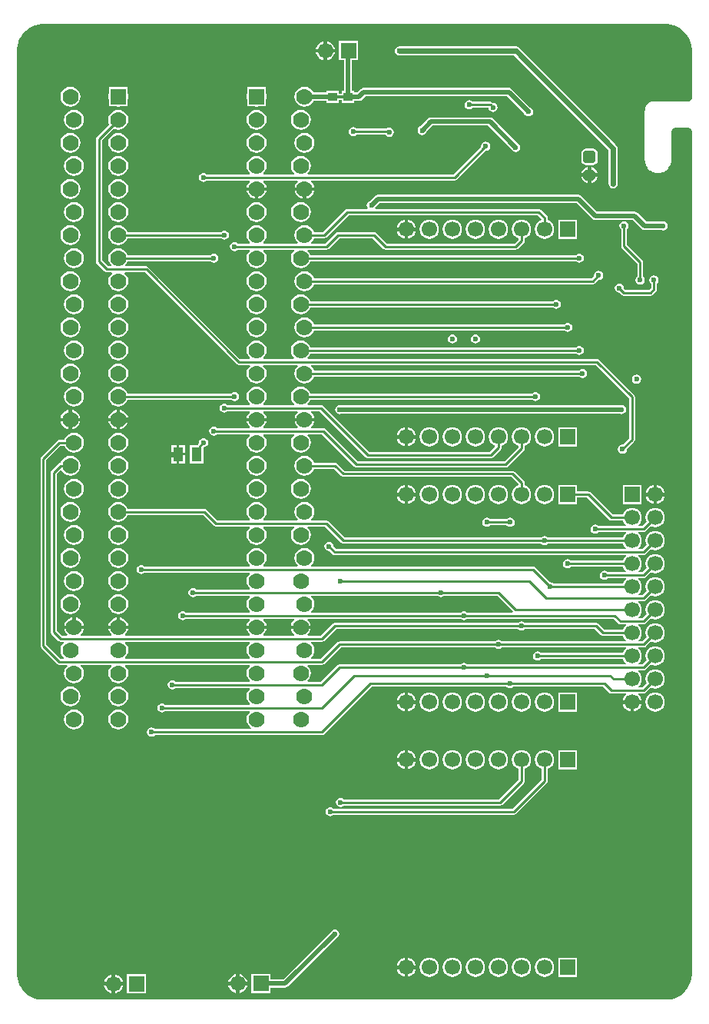
<source format=gbl>
G04*
G04 #@! TF.GenerationSoftware,Altium Limited,Altium Designer,20.2.8 (258)*
G04*
G04 Layer_Physical_Order=4*
G04 Layer_Color=16711680*
%FSLAX43Y43*%
%MOMM*%
G71*
G04*
G04 #@! TF.SameCoordinates,2C7AC1C0-F562-43BB-A571-7E62E4670D11*
G04*
G04*
G04 #@! TF.FilePolarity,Positive*
G04*
G01*
G75*
%ADD11C,0.254*%
%ADD37R,1.000X0.950*%
%ADD81C,0.508*%
%ADD83C,0.500*%
%ADD85C,0.559*%
%ADD88R,0.900X0.300*%
%ADD89C,1.778*%
%ADD90C,3.600*%
%ADD91C,1.700*%
%ADD92R,1.700X1.700*%
%ADD93R,1.700X1.700*%
%ADD94C,1.400*%
G04:AMPARAMS|DCode=95|XSize=1.4mm|YSize=1.4mm|CornerRadius=0.35mm|HoleSize=0mm|Usage=FLASHONLY|Rotation=270.000|XOffset=0mm|YOffset=0mm|HoleType=Round|Shape=RoundedRectangle|*
%AMROUNDEDRECTD95*
21,1,1.400,0.700,0,0,270.0*
21,1,0.700,1.400,0,0,270.0*
1,1,0.700,-0.350,-0.350*
1,1,0.700,-0.350,0.350*
1,1,0.700,0.350,0.350*
1,1,0.700,0.350,-0.350*
%
%ADD95ROUNDEDRECTD95*%
%ADD96C,0.600*%
%ADD103R,1.092X1.600*%
G36*
X71755Y107695D02*
X71946D01*
X72326Y107645D01*
X72696Y107546D01*
X73049Y107400D01*
X73381Y107208D01*
X73684Y106975D01*
X73955Y106704D01*
X74188Y106401D01*
X74380Y106069D01*
X74526Y105716D01*
X74625Y105346D01*
X74675Y104966D01*
Y104775D01*
Y99645D01*
X74656Y99547D01*
X74617Y99455D01*
X74562Y99372D01*
X74491Y99301D01*
X74408Y99246D01*
X74316Y99207D01*
X74218Y99188D01*
X70485Y99188D01*
X70479Y99187D01*
X70472Y99188D01*
X70398Y99184D01*
X70379Y99179D01*
X70361D01*
X70214Y99150D01*
X70191Y99141D01*
X70166Y99136D01*
X70028Y99079D01*
X70007Y99065D01*
X69984Y99055D01*
X69860Y98972D01*
X69842Y98954D01*
X69821Y98940D01*
X69716Y98835D01*
X69702Y98814D01*
X69684Y98796D01*
X69601Y98672D01*
X69591Y98649D01*
X69577Y98628D01*
X69520Y98490D01*
X69515Y98465D01*
X69506Y98442D01*
X69477Y98295D01*
Y98277D01*
X69472Y98258D01*
X69468Y98184D01*
X69469Y98177D01*
X69468Y98171D01*
Y92710D01*
X69470Y92702D01*
X69469Y92693D01*
X69479Y92537D01*
X69485Y92512D01*
X69487Y92487D01*
X69568Y92185D01*
X69583Y92155D01*
X69594Y92123D01*
X69750Y91852D01*
X69772Y91827D01*
X69791Y91799D01*
X70012Y91578D01*
X70040Y91559D01*
X70065Y91537D01*
X70336Y91381D01*
X70368Y91370D01*
X70398Y91355D01*
X70700Y91274D01*
X70734Y91272D01*
X70766Y91265D01*
X71080D01*
X71112Y91272D01*
X71146Y91274D01*
X71448Y91355D01*
X71478Y91370D01*
X71510Y91381D01*
X71781Y91537D01*
X71806Y91559D01*
X71834Y91578D01*
X72055Y91799D01*
X72074Y91827D01*
X72096Y91852D01*
X72252Y92123D01*
X72263Y92155D01*
X72278Y92185D01*
X72359Y92487D01*
X72361Y92512D01*
X72367Y92537D01*
X72377Y92693D01*
X72376Y92702D01*
X72378Y92710D01*
Y95821D01*
X72397Y95919D01*
X72436Y96011D01*
X72491Y96094D01*
X72562Y96165D01*
X72645Y96220D01*
X72737Y96259D01*
X72835Y96278D01*
X72885Y96278D01*
X72885Y96278D01*
X72885Y96278D01*
X74218D01*
X74316Y96259D01*
X74408Y96220D01*
X74491Y96165D01*
X74562Y96094D01*
X74617Y96011D01*
X74656Y95919D01*
X74675Y95821D01*
Y95771D01*
X74675Y3175D01*
X74675Y2984D01*
X74625Y2604D01*
X74526Y2234D01*
X74380Y1881D01*
X74188Y1549D01*
X73955Y1245D01*
X73684Y975D01*
X73381Y742D01*
X73049Y550D01*
X72696Y404D01*
X72326Y305D01*
X71946Y255D01*
X71755Y255D01*
X2984D01*
X2604Y305D01*
X2234Y404D01*
X1881Y550D01*
X1549Y742D01*
X1245Y975D01*
X975Y1246D01*
X742Y1549D01*
X550Y1881D01*
X404Y2234D01*
X305Y2604D01*
X255Y2984D01*
X255Y3175D01*
Y104775D01*
Y104966D01*
X305Y105346D01*
X404Y105716D01*
X550Y106069D01*
X742Y106401D01*
X975Y106704D01*
X1246Y106975D01*
X1549Y107208D01*
X1881Y107400D01*
X2234Y107546D01*
X2604Y107645D01*
X2984Y107695D01*
X3175Y107695D01*
X71755Y107695D01*
D02*
G37*
%LPC*%
G36*
X34445Y105809D02*
Y104965D01*
X35289D01*
X35278Y105049D01*
X35172Y105305D01*
X35004Y105524D01*
X34785Y105692D01*
X34529Y105798D01*
X34445Y105809D01*
D02*
G37*
G36*
X34064Y105809D02*
X33981Y105798D01*
X33725Y105692D01*
X33506Y105524D01*
X33338Y105305D01*
X33232Y105049D01*
X33221Y104965D01*
X34064D01*
Y105809D01*
D02*
G37*
G36*
X35289Y104584D02*
X34445D01*
Y103741D01*
X34529Y103752D01*
X34785Y103858D01*
X35004Y104026D01*
X35172Y104245D01*
X35278Y104501D01*
X35289Y104584D01*
D02*
G37*
G36*
X34064D02*
X33221D01*
X33232Y104501D01*
X33338Y104245D01*
X33506Y104026D01*
X33725Y103858D01*
X33981Y103752D01*
X34064Y103741D01*
Y104584D01*
D02*
G37*
G36*
X37845Y105825D02*
X35745D01*
Y103725D01*
X36291D01*
Y100370D01*
X36050D01*
Y100049D01*
X35750D01*
Y100370D01*
X34350D01*
Y100154D01*
X32942D01*
X32904Y100244D01*
X32730Y100472D01*
X32502Y100646D01*
X32237Y100756D01*
X31953Y100793D01*
X31669Y100756D01*
X31404Y100646D01*
X31177Y100472D01*
X31002Y100244D01*
X30892Y99979D01*
X30855Y99695D01*
X30892Y99411D01*
X31002Y99146D01*
X31177Y98918D01*
X31404Y98744D01*
X31669Y98634D01*
X31953Y98597D01*
X32237Y98634D01*
X32502Y98744D01*
X32730Y98918D01*
X32904Y99146D01*
X32942Y99236D01*
X34350D01*
Y99020D01*
X35750D01*
Y99341D01*
X36050D01*
Y99020D01*
X37450D01*
Y99236D01*
X37973D01*
X38149Y99271D01*
X38297Y99371D01*
X38671Y99744D01*
X54307D01*
X56163Y97888D01*
X56171Y97849D01*
X56282Y97684D01*
X56447Y97573D01*
X56642Y97534D01*
X56837Y97573D01*
X57002Y97684D01*
X57113Y97849D01*
X57152Y98044D01*
X57113Y98239D01*
X57002Y98404D01*
X56837Y98515D01*
X56833Y98516D01*
X54821Y100527D01*
X54673Y100627D01*
X54497Y100662D01*
X38481D01*
X38305Y100627D01*
X38157Y100527D01*
X37783Y100154D01*
X37450D01*
Y100370D01*
X37209D01*
Y103725D01*
X37845D01*
Y105825D01*
D02*
G37*
G36*
X26670Y100793D02*
X26386Y100756D01*
X26359Y100745D01*
X25620D01*
Y100006D01*
X25609Y99979D01*
X25572Y99695D01*
X25609Y99411D01*
X25620Y99384D01*
Y98645D01*
X26359D01*
X26386Y98634D01*
X26670Y98597D01*
X26954Y98634D01*
X26981Y98645D01*
X27720D01*
Y99384D01*
X27731Y99411D01*
X27768Y99695D01*
X27731Y99979D01*
X27720Y100006D01*
Y100745D01*
X26981D01*
X26954Y100756D01*
X26670Y100793D01*
D02*
G37*
G36*
X11430D02*
X11146Y100756D01*
X11119Y100745D01*
X10380D01*
Y100006D01*
X10369Y99979D01*
X10332Y99695D01*
X10369Y99411D01*
X10380Y99384D01*
Y98645D01*
X11119D01*
X11146Y98634D01*
X11430Y98597D01*
X11714Y98634D01*
X11741Y98645D01*
X12480D01*
Y99384D01*
X12491Y99411D01*
X12528Y99695D01*
X12491Y99979D01*
X12480Y100006D01*
Y100745D01*
X11741D01*
X11714Y100756D01*
X11430Y100793D01*
D02*
G37*
G36*
X6147D02*
X5863Y100756D01*
X5598Y100646D01*
X5370Y100472D01*
X5196Y100244D01*
X5086Y99979D01*
X5048Y99695D01*
X5086Y99411D01*
X5196Y99146D01*
X5370Y98918D01*
X5598Y98744D01*
X5863Y98634D01*
X6147Y98597D01*
X6431Y98634D01*
X6696Y98744D01*
X6923Y98918D01*
X7098Y99146D01*
X7208Y99411D01*
X7245Y99695D01*
X7208Y99979D01*
X7098Y100244D01*
X6923Y100472D01*
X6696Y100646D01*
X6431Y100756D01*
X6147Y100793D01*
D02*
G37*
G36*
X50125Y99310D02*
X49930Y99271D01*
X49765Y99160D01*
X49654Y98995D01*
X49615Y98800D01*
X49654Y98605D01*
X49765Y98440D01*
X49930Y98329D01*
X50125Y98290D01*
X50320Y98329D01*
X50485Y98440D01*
X50504Y98467D01*
X52237D01*
X52264Y98335D01*
X52374Y98170D01*
X52539Y98059D01*
X52735Y98020D01*
X52930Y98059D01*
X53095Y98170D01*
X53206Y98335D01*
X53244Y98530D01*
X53206Y98725D01*
X53095Y98891D01*
X52930Y99001D01*
X52735Y99040D01*
X52703Y99034D01*
X52701Y99036D01*
X52592Y99108D01*
X52465Y99133D01*
X50504D01*
X50485Y99160D01*
X50320Y99271D01*
X50125Y99310D01*
D02*
G37*
G36*
X31547Y98253D02*
X31263Y98216D01*
X30998Y98106D01*
X30770Y97932D01*
X30596Y97704D01*
X30486Y97439D01*
X30448Y97155D01*
X30486Y96871D01*
X30596Y96606D01*
X30770Y96378D01*
X30998Y96204D01*
X31263Y96094D01*
X31547Y96057D01*
X31831Y96094D01*
X32096Y96204D01*
X32323Y96378D01*
X32498Y96606D01*
X32608Y96871D01*
X32645Y97155D01*
X32608Y97439D01*
X32498Y97704D01*
X32323Y97932D01*
X32096Y98106D01*
X31831Y98216D01*
X31547Y98253D01*
D02*
G37*
G36*
X26670D02*
X26386Y98216D01*
X26121Y98106D01*
X25893Y97932D01*
X25719Y97704D01*
X25609Y97439D01*
X25572Y97155D01*
X25609Y96871D01*
X25719Y96606D01*
X25893Y96378D01*
X26121Y96204D01*
X26386Y96094D01*
X26670Y96057D01*
X26954Y96094D01*
X27219Y96204D01*
X27447Y96378D01*
X27621Y96606D01*
X27731Y96871D01*
X27768Y97155D01*
X27731Y97439D01*
X27621Y97704D01*
X27447Y97932D01*
X27219Y98106D01*
X26954Y98216D01*
X26670Y98253D01*
D02*
G37*
G36*
X11430D02*
X11146Y98216D01*
X10881Y98106D01*
X10653Y97932D01*
X10479Y97704D01*
X10369Y97439D01*
X10332Y97155D01*
X10369Y96871D01*
X10458Y96655D01*
X9064Y95261D01*
X8992Y95153D01*
X8967Y95025D01*
Y81550D01*
X8992Y81422D01*
X9064Y81314D01*
X9939Y80439D01*
X10047Y80367D01*
X10175Y80342D01*
X10692D01*
X10735Y80215D01*
X10653Y80152D01*
X10479Y79924D01*
X10369Y79659D01*
X10332Y79375D01*
X10369Y79091D01*
X10479Y78826D01*
X10653Y78598D01*
X10881Y78424D01*
X11146Y78314D01*
X11430Y78277D01*
X11714Y78314D01*
X11979Y78424D01*
X12207Y78598D01*
X12381Y78826D01*
X12491Y79091D01*
X12528Y79375D01*
X12491Y79659D01*
X12381Y79924D01*
X12207Y80152D01*
X12125Y80215D01*
X12168Y80342D01*
X14387D01*
X24464Y70264D01*
X24572Y70192D01*
X24700Y70167D01*
X25913D01*
X25956Y70040D01*
X25893Y69992D01*
X25719Y69764D01*
X25609Y69499D01*
X25572Y69215D01*
X25609Y68931D01*
X25719Y68666D01*
X25893Y68438D01*
X26121Y68264D01*
X26386Y68154D01*
X26670Y68117D01*
X26954Y68154D01*
X27219Y68264D01*
X27447Y68438D01*
X27621Y68666D01*
X27731Y68931D01*
X27768Y69215D01*
X27731Y69499D01*
X27621Y69764D01*
X27447Y69992D01*
X27384Y70040D01*
X27427Y70167D01*
X31196D01*
X31239Y70040D01*
X31177Y69992D01*
X31002Y69764D01*
X30892Y69499D01*
X30855Y69215D01*
X30892Y68931D01*
X31002Y68666D01*
X31177Y68438D01*
X31404Y68264D01*
X31669Y68154D01*
X31953Y68117D01*
X32237Y68154D01*
X32502Y68264D01*
X32730Y68438D01*
X32904Y68666D01*
X32994Y68882D01*
X62232D01*
X62251Y68855D01*
X62416Y68744D01*
X62611Y68705D01*
X62806Y68744D01*
X62971Y68855D01*
X63082Y69020D01*
X63121Y69215D01*
X63082Y69410D01*
X62971Y69575D01*
X62806Y69686D01*
X62611Y69725D01*
X62416Y69686D01*
X62251Y69575D01*
X62232Y69548D01*
X32994D01*
X32904Y69764D01*
X32730Y69992D01*
X32667Y70040D01*
X32711Y70167D01*
X64062D01*
X67717Y66512D01*
Y62063D01*
X67032Y61378D01*
X67000Y61385D01*
X66805Y61346D01*
X66640Y61235D01*
X66529Y61070D01*
X66490Y60875D01*
X66529Y60680D01*
X66640Y60515D01*
X66805Y60404D01*
X67000Y60365D01*
X67195Y60404D01*
X67360Y60515D01*
X67471Y60680D01*
X67510Y60875D01*
X67503Y60907D01*
X68286Y61689D01*
X68358Y61797D01*
X68383Y61925D01*
Y66650D01*
X68358Y66778D01*
X68286Y66886D01*
X64436Y70736D01*
X64328Y70808D01*
X64200Y70833D01*
X32332D01*
X32291Y70954D01*
X32323Y70978D01*
X32498Y71206D01*
X32587Y71422D01*
X46482Y71422D01*
X46482Y71422D01*
X61851D01*
X61870Y71395D01*
X62035Y71284D01*
X62230Y71245D01*
X62425Y71284D01*
X62590Y71395D01*
X62701Y71560D01*
X62740Y71755D01*
X62701Y71950D01*
X62590Y72115D01*
X62425Y72226D01*
X62230Y72265D01*
X62035Y72226D01*
X61870Y72115D01*
X61851Y72088D01*
X46482D01*
X46482Y72088D01*
X32587Y72088D01*
X32498Y72304D01*
X32323Y72532D01*
X32096Y72706D01*
X31831Y72816D01*
X31547Y72853D01*
X31263Y72816D01*
X30998Y72706D01*
X30770Y72532D01*
X30596Y72304D01*
X30486Y72039D01*
X30448Y71755D01*
X30486Y71471D01*
X30596Y71206D01*
X30770Y70978D01*
X30802Y70954D01*
X30761Y70833D01*
X27455D01*
X27415Y70954D01*
X27447Y70978D01*
X27621Y71206D01*
X27731Y71471D01*
X27768Y71755D01*
X27731Y72039D01*
X27621Y72304D01*
X27447Y72532D01*
X27219Y72706D01*
X26954Y72816D01*
X26670Y72853D01*
X26386Y72816D01*
X26121Y72706D01*
X25893Y72532D01*
X25719Y72304D01*
X25609Y72039D01*
X25572Y71755D01*
X25609Y71471D01*
X25719Y71206D01*
X25893Y70978D01*
X25925Y70954D01*
X25885Y70833D01*
X24838D01*
X14761Y80911D01*
X14653Y80983D01*
X14525Y81008D01*
X12235D01*
X12194Y81129D01*
X12207Y81138D01*
X12381Y81366D01*
X12471Y81582D01*
X21592D01*
X21611Y81555D01*
X21776Y81444D01*
X21971Y81405D01*
X22166Y81444D01*
X22331Y81555D01*
X22442Y81720D01*
X22481Y81915D01*
X22442Y82110D01*
X22331Y82275D01*
X22166Y82386D01*
X21971Y82425D01*
X21776Y82386D01*
X21611Y82275D01*
X21592Y82248D01*
X12471D01*
X12381Y82464D01*
X12207Y82692D01*
X11979Y82866D01*
X11714Y82976D01*
X11430Y83013D01*
X11146Y82976D01*
X10881Y82866D01*
X10653Y82692D01*
X10479Y82464D01*
X10369Y82199D01*
X10332Y81915D01*
X10369Y81631D01*
X10479Y81366D01*
X10653Y81138D01*
X10666Y81129D01*
X10625Y81008D01*
X10313D01*
X9633Y81688D01*
Y94887D01*
X10930Y96183D01*
X11146Y96094D01*
X11430Y96057D01*
X11714Y96094D01*
X11979Y96204D01*
X12207Y96378D01*
X12381Y96606D01*
X12491Y96871D01*
X12528Y97155D01*
X12491Y97439D01*
X12381Y97704D01*
X12207Y97932D01*
X11979Y98106D01*
X11714Y98216D01*
X11430Y98253D01*
D02*
G37*
G36*
X6553D02*
X6269Y98216D01*
X6004Y98106D01*
X5777Y97932D01*
X5602Y97704D01*
X5492Y97439D01*
X5455Y97155D01*
X5492Y96871D01*
X5602Y96606D01*
X5777Y96378D01*
X6004Y96204D01*
X6269Y96094D01*
X6553Y96057D01*
X6837Y96094D01*
X7102Y96204D01*
X7330Y96378D01*
X7504Y96606D01*
X7614Y96871D01*
X7652Y97155D01*
X7614Y97439D01*
X7504Y97704D01*
X7330Y97932D01*
X7102Y98106D01*
X6837Y98216D01*
X6553Y98253D01*
D02*
G37*
G36*
X37336Y96365D02*
X37141Y96326D01*
X36976Y96216D01*
X36866Y96050D01*
X36827Y95855D01*
X36866Y95660D01*
X36976Y95495D01*
X37141Y95384D01*
X37336Y95345D01*
X37532Y95384D01*
X37697Y95495D01*
X37715Y95522D01*
X40874D01*
X40940Y95423D01*
X41106Y95313D01*
X41301Y95274D01*
X41496Y95313D01*
X41661Y95423D01*
X41772Y95588D01*
X41811Y95784D01*
X41772Y95979D01*
X41661Y96144D01*
X41496Y96255D01*
X41301Y96293D01*
X41106Y96255D01*
X41007Y96189D01*
X37715D01*
X37697Y96216D01*
X37532Y96326D01*
X37336Y96365D01*
D02*
G37*
G36*
X51943Y94744D02*
X51748Y94705D01*
X51583Y94594D01*
X51472Y94429D01*
X51433Y94234D01*
X51440Y94202D01*
X48376Y91138D01*
X32313Y91138D01*
X32272Y91259D01*
X32323Y91298D01*
X32498Y91526D01*
X32608Y91791D01*
X32645Y92075D01*
X32608Y92359D01*
X32498Y92624D01*
X32323Y92852D01*
X32096Y93026D01*
X31831Y93136D01*
X31547Y93173D01*
X31263Y93136D01*
X30998Y93026D01*
X30770Y92852D01*
X30596Y92624D01*
X30486Y92359D01*
X30448Y92075D01*
X30486Y91791D01*
X30596Y91526D01*
X30770Y91298D01*
X30822Y91259D01*
X30781Y91138D01*
X27436D01*
X27395Y91259D01*
X27447Y91298D01*
X27621Y91526D01*
X27731Y91791D01*
X27768Y92075D01*
X27731Y92359D01*
X27621Y92624D01*
X27447Y92852D01*
X27219Y93026D01*
X26954Y93136D01*
X26670Y93173D01*
X26386Y93136D01*
X26121Y93026D01*
X25893Y92852D01*
X25719Y92624D01*
X25609Y92359D01*
X25572Y92075D01*
X25609Y91791D01*
X25719Y91526D01*
X25893Y91298D01*
X25945Y91259D01*
X25904Y91138D01*
X21207D01*
X21188Y91165D01*
X21023Y91276D01*
X20828Y91315D01*
X20633Y91276D01*
X20468Y91165D01*
X20357Y91000D01*
X20318Y90805D01*
X20357Y90610D01*
X20468Y90445D01*
X20633Y90334D01*
X20828Y90295D01*
X21023Y90334D01*
X21188Y90445D01*
X21207Y90472D01*
X25904D01*
X25945Y90351D01*
X25893Y90312D01*
X25719Y90084D01*
X25609Y89819D01*
X25597Y89726D01*
X27743D01*
X27731Y89819D01*
X27621Y90084D01*
X27447Y90312D01*
X27395Y90351D01*
X27436Y90472D01*
X31187D01*
X31228Y90351D01*
X31177Y90312D01*
X31002Y90084D01*
X30892Y89819D01*
X30880Y89726D01*
X33027D01*
X33014Y89819D01*
X32904Y90084D01*
X32730Y90312D01*
X32678Y90351D01*
X32719Y90472D01*
X48514Y90472D01*
X48642Y90497D01*
X48750Y90569D01*
X51911Y93731D01*
X51943Y93724D01*
X52138Y93763D01*
X52303Y93874D01*
X52414Y94039D01*
X52453Y94234D01*
X52414Y94429D01*
X52303Y94594D01*
X52138Y94705D01*
X51943Y94744D01*
D02*
G37*
G36*
X52383Y97428D02*
X45913D01*
X45737Y97393D01*
X45589Y97293D01*
X44749Y96454D01*
X44728Y96450D01*
X44562Y96339D01*
X44452Y96174D01*
X44413Y95979D01*
X44452Y95784D01*
X44562Y95618D01*
X44728Y95508D01*
X44923Y95469D01*
X45118Y95508D01*
X45283Y95618D01*
X45394Y95784D01*
X45398Y95805D01*
X46103Y96510D01*
X52193D01*
X54770Y93933D01*
X54774Y93912D01*
X54885Y93747D01*
X55050Y93636D01*
X55245Y93597D01*
X55440Y93636D01*
X55605Y93747D01*
X55716Y93912D01*
X55755Y94107D01*
X55716Y94302D01*
X55605Y94467D01*
X55440Y94578D01*
X55419Y94582D01*
X52708Y97293D01*
X52559Y97393D01*
X52383Y97428D01*
D02*
G37*
G36*
X31953Y95713D02*
X31669Y95676D01*
X31404Y95566D01*
X31177Y95392D01*
X31002Y95164D01*
X30892Y94899D01*
X30855Y94615D01*
X30892Y94331D01*
X31002Y94066D01*
X31177Y93838D01*
X31404Y93664D01*
X31669Y93554D01*
X31953Y93517D01*
X32237Y93554D01*
X32502Y93664D01*
X32730Y93838D01*
X32904Y94066D01*
X33014Y94331D01*
X33052Y94615D01*
X33014Y94899D01*
X32904Y95164D01*
X32730Y95392D01*
X32502Y95566D01*
X32237Y95676D01*
X31953Y95713D01*
D02*
G37*
G36*
X26670D02*
X26386Y95676D01*
X26121Y95566D01*
X25893Y95392D01*
X25719Y95164D01*
X25609Y94899D01*
X25572Y94615D01*
X25609Y94331D01*
X25719Y94066D01*
X25893Y93838D01*
X26121Y93664D01*
X26386Y93554D01*
X26670Y93517D01*
X26954Y93554D01*
X27219Y93664D01*
X27447Y93838D01*
X27621Y94066D01*
X27731Y94331D01*
X27768Y94615D01*
X27731Y94899D01*
X27621Y95164D01*
X27447Y95392D01*
X27219Y95566D01*
X26954Y95676D01*
X26670Y95713D01*
D02*
G37*
G36*
X11430D02*
X11146Y95676D01*
X10881Y95566D01*
X10653Y95392D01*
X10479Y95164D01*
X10369Y94899D01*
X10332Y94615D01*
X10369Y94331D01*
X10479Y94066D01*
X10653Y93838D01*
X10881Y93664D01*
X11146Y93554D01*
X11430Y93517D01*
X11714Y93554D01*
X11979Y93664D01*
X12207Y93838D01*
X12381Y94066D01*
X12491Y94331D01*
X12528Y94615D01*
X12491Y94899D01*
X12381Y95164D01*
X12207Y95392D01*
X11979Y95566D01*
X11714Y95676D01*
X11430Y95713D01*
D02*
G37*
G36*
X6147D02*
X5863Y95676D01*
X5598Y95566D01*
X5370Y95392D01*
X5196Y95164D01*
X5086Y94899D01*
X5048Y94615D01*
X5086Y94331D01*
X5196Y94066D01*
X5370Y93838D01*
X5598Y93664D01*
X5863Y93554D01*
X6147Y93517D01*
X6431Y93554D01*
X6696Y93664D01*
X6923Y93838D01*
X7098Y94066D01*
X7208Y94331D01*
X7245Y94615D01*
X7208Y94899D01*
X7098Y95164D01*
X6923Y95392D01*
X6696Y95566D01*
X6431Y95676D01*
X6147Y95713D01*
D02*
G37*
G36*
X63723Y93986D02*
X63023D01*
X62808Y93943D01*
X62626Y93822D01*
X62505Y93640D01*
X62462Y93425D01*
Y92725D01*
X62505Y92510D01*
X62626Y92328D01*
X62808Y92207D01*
X63023Y92164D01*
X63723D01*
X63938Y92207D01*
X64120Y92328D01*
X64241Y92510D01*
X64284Y92725D01*
Y93425D01*
X64241Y93640D01*
X64120Y93822D01*
X63938Y93943D01*
X63723Y93986D01*
D02*
G37*
G36*
X63564Y91958D02*
Y91265D01*
X64256D01*
X64250Y91310D01*
X64159Y91529D01*
X64015Y91717D01*
X63827Y91861D01*
X63608Y91952D01*
X63564Y91958D01*
D02*
G37*
G36*
X63183Y91958D02*
X63138Y91952D01*
X62919Y91861D01*
X62731Y91717D01*
X62587Y91529D01*
X62496Y91310D01*
X62490Y91265D01*
X63183D01*
Y91958D01*
D02*
G37*
G36*
X11430Y93173D02*
X11146Y93136D01*
X10881Y93026D01*
X10653Y92852D01*
X10479Y92624D01*
X10369Y92359D01*
X10332Y92075D01*
X10369Y91791D01*
X10479Y91526D01*
X10653Y91298D01*
X10881Y91124D01*
X11146Y91014D01*
X11430Y90977D01*
X11714Y91014D01*
X11979Y91124D01*
X12207Y91298D01*
X12381Y91526D01*
X12491Y91791D01*
X12528Y92075D01*
X12491Y92359D01*
X12381Y92624D01*
X12207Y92852D01*
X11979Y93026D01*
X11714Y93136D01*
X11430Y93173D01*
D02*
G37*
G36*
X6553D02*
X6269Y93136D01*
X6004Y93026D01*
X5777Y92852D01*
X5602Y92624D01*
X5492Y92359D01*
X5455Y92075D01*
X5492Y91791D01*
X5602Y91526D01*
X5777Y91298D01*
X6004Y91124D01*
X6269Y91014D01*
X6553Y90977D01*
X6837Y91014D01*
X7102Y91124D01*
X7330Y91298D01*
X7504Y91526D01*
X7614Y91791D01*
X7652Y92075D01*
X7614Y92359D01*
X7504Y92624D01*
X7330Y92852D01*
X7102Y93026D01*
X6837Y93136D01*
X6553Y93173D01*
D02*
G37*
G36*
X64256Y90884D02*
X63564D01*
Y90192D01*
X63608Y90198D01*
X63827Y90289D01*
X64015Y90433D01*
X64159Y90621D01*
X64250Y90840D01*
X64256Y90884D01*
D02*
G37*
G36*
X63183D02*
X62490D01*
X62496Y90840D01*
X62587Y90621D01*
X62731Y90433D01*
X62919Y90289D01*
X63138Y90198D01*
X63183Y90192D01*
Y90884D01*
D02*
G37*
G36*
X42418Y105250D02*
X42223Y105211D01*
X42058Y105100D01*
X41947Y104935D01*
X41908Y104740D01*
X41947Y104545D01*
X42058Y104380D01*
X42223Y104269D01*
X42418Y104230D01*
X42524Y104251D01*
X55058D01*
X65486Y93823D01*
Y90206D01*
X65465Y90100D01*
X65504Y89905D01*
X65615Y89740D01*
X65629Y89730D01*
X65629Y89729D01*
X65788Y89623D01*
X65975Y89586D01*
X66162Y89623D01*
X66321Y89729D01*
X66321Y89730D01*
X66335Y89740D01*
X66446Y89905D01*
X66485Y90100D01*
X66464Y90206D01*
Y94025D01*
X66427Y94212D01*
X66321Y94371D01*
X55606Y105086D01*
X55447Y105192D01*
X55260Y105229D01*
X42524D01*
X42418Y105250D01*
D02*
G37*
G36*
X33027Y89344D02*
X32144D01*
Y88462D01*
X32237Y88474D01*
X32502Y88584D01*
X32730Y88758D01*
X32904Y88986D01*
X33014Y89251D01*
X33027Y89344D01*
D02*
G37*
G36*
X31763D02*
X30880D01*
X30892Y89251D01*
X31002Y88986D01*
X31177Y88758D01*
X31404Y88584D01*
X31669Y88474D01*
X31763Y88462D01*
Y89344D01*
D02*
G37*
G36*
X27743D02*
X26861D01*
Y88462D01*
X26954Y88474D01*
X27219Y88584D01*
X27447Y88758D01*
X27621Y88986D01*
X27731Y89251D01*
X27743Y89344D01*
D02*
G37*
G36*
X26479D02*
X25597D01*
X25609Y89251D01*
X25719Y88986D01*
X25893Y88758D01*
X26121Y88584D01*
X26386Y88474D01*
X26479Y88462D01*
Y89344D01*
D02*
G37*
G36*
X11430Y90633D02*
X11146Y90596D01*
X10881Y90486D01*
X10653Y90312D01*
X10479Y90084D01*
X10369Y89819D01*
X10332Y89535D01*
X10369Y89251D01*
X10479Y88986D01*
X10653Y88758D01*
X10881Y88584D01*
X11146Y88474D01*
X11430Y88437D01*
X11714Y88474D01*
X11979Y88584D01*
X12207Y88758D01*
X12381Y88986D01*
X12491Y89251D01*
X12528Y89535D01*
X12491Y89819D01*
X12381Y90084D01*
X12207Y90312D01*
X11979Y90486D01*
X11714Y90596D01*
X11430Y90633D01*
D02*
G37*
G36*
X6147D02*
X5863Y90596D01*
X5598Y90486D01*
X5370Y90312D01*
X5196Y90084D01*
X5086Y89819D01*
X5048Y89535D01*
X5086Y89251D01*
X5196Y88986D01*
X5370Y88758D01*
X5598Y88584D01*
X5863Y88474D01*
X6147Y88437D01*
X6431Y88474D01*
X6696Y88584D01*
X6923Y88758D01*
X7098Y88986D01*
X7208Y89251D01*
X7245Y89535D01*
X7208Y89819D01*
X7098Y90084D01*
X6923Y90312D01*
X6696Y90486D01*
X6431Y90596D01*
X6147Y90633D01*
D02*
G37*
G36*
X31547Y88093D02*
X31263Y88056D01*
X30998Y87946D01*
X30770Y87772D01*
X30596Y87544D01*
X30486Y87279D01*
X30448Y86995D01*
X30486Y86711D01*
X30596Y86446D01*
X30770Y86218D01*
X30998Y86044D01*
X31263Y85934D01*
X31547Y85897D01*
X31831Y85934D01*
X32096Y86044D01*
X32323Y86218D01*
X32498Y86446D01*
X32608Y86711D01*
X32645Y86995D01*
X32608Y87279D01*
X32498Y87544D01*
X32323Y87772D01*
X32096Y87946D01*
X31831Y88056D01*
X31547Y88093D01*
D02*
G37*
G36*
X26670D02*
X26386Y88056D01*
X26121Y87946D01*
X25893Y87772D01*
X25719Y87544D01*
X25609Y87279D01*
X25572Y86995D01*
X25609Y86711D01*
X25719Y86446D01*
X25893Y86218D01*
X26121Y86044D01*
X26386Y85934D01*
X26670Y85897D01*
X26954Y85934D01*
X27219Y86044D01*
X27447Y86218D01*
X27621Y86446D01*
X27731Y86711D01*
X27768Y86995D01*
X27731Y87279D01*
X27621Y87544D01*
X27447Y87772D01*
X27219Y87946D01*
X26954Y88056D01*
X26670Y88093D01*
D02*
G37*
G36*
X11430D02*
X11146Y88056D01*
X10881Y87946D01*
X10653Y87772D01*
X10479Y87544D01*
X10369Y87279D01*
X10332Y86995D01*
X10369Y86711D01*
X10479Y86446D01*
X10653Y86218D01*
X10881Y86044D01*
X11146Y85934D01*
X11430Y85897D01*
X11714Y85934D01*
X11979Y86044D01*
X12207Y86218D01*
X12381Y86446D01*
X12491Y86711D01*
X12528Y86995D01*
X12491Y87279D01*
X12381Y87544D01*
X12207Y87772D01*
X11979Y87946D01*
X11714Y88056D01*
X11430Y88093D01*
D02*
G37*
G36*
X6553D02*
X6269Y88056D01*
X6004Y87946D01*
X5777Y87772D01*
X5602Y87544D01*
X5492Y87279D01*
X5455Y86995D01*
X5492Y86711D01*
X5602Y86446D01*
X5777Y86218D01*
X6004Y86044D01*
X6269Y85934D01*
X6553Y85897D01*
X6837Y85934D01*
X7102Y86044D01*
X7330Y86218D01*
X7504Y86446D01*
X7614Y86711D01*
X7652Y86995D01*
X7614Y87279D01*
X7504Y87544D01*
X7330Y87772D01*
X7102Y87946D01*
X6837Y88056D01*
X6553Y88093D01*
D02*
G37*
G36*
X43370Y86124D02*
Y85280D01*
X44214D01*
X44203Y85364D01*
X44097Y85620D01*
X43929Y85839D01*
X43710Y86007D01*
X43454Y86113D01*
X43370Y86124D01*
D02*
G37*
G36*
X42989Y86124D02*
X42906Y86113D01*
X42650Y86007D01*
X42431Y85839D01*
X42263Y85620D01*
X42157Y85364D01*
X42146Y85280D01*
X42989D01*
Y86124D01*
D02*
G37*
G36*
X40031Y88888D02*
X39854Y88853D01*
X39704Y88752D01*
X39704Y88752D01*
X39150Y88199D01*
X39136Y88196D01*
X38971Y88085D01*
X38860Y87920D01*
X38821Y87725D01*
X38860Y87530D01*
X38910Y87455D01*
X38842Y87328D01*
X36677D01*
X36549Y87303D01*
X36441Y87231D01*
X33999Y84788D01*
X32994D01*
X32904Y85004D01*
X32730Y85232D01*
X32502Y85406D01*
X32237Y85516D01*
X31953Y85553D01*
X31669Y85516D01*
X31404Y85406D01*
X31177Y85232D01*
X31002Y85004D01*
X30892Y84739D01*
X30855Y84455D01*
X30892Y84171D01*
X31002Y83906D01*
X31177Y83678D01*
X31228Y83639D01*
X31187Y83518D01*
X27436D01*
X27395Y83639D01*
X27447Y83678D01*
X27621Y83906D01*
X27731Y84171D01*
X27768Y84455D01*
X27731Y84739D01*
X27621Y85004D01*
X27447Y85232D01*
X27219Y85406D01*
X26954Y85516D01*
X26670Y85553D01*
X26386Y85516D01*
X26121Y85406D01*
X25893Y85232D01*
X25719Y85004D01*
X25609Y84739D01*
X25572Y84455D01*
X25609Y84171D01*
X25719Y83906D01*
X25893Y83678D01*
X25945Y83639D01*
X25904Y83518D01*
X24636D01*
X24617Y83545D01*
X24452Y83656D01*
X24257Y83695D01*
X24062Y83656D01*
X23897Y83545D01*
X23786Y83380D01*
X23747Y83185D01*
X23786Y82990D01*
X23897Y82825D01*
X24062Y82714D01*
X24257Y82675D01*
X24452Y82714D01*
X24617Y82825D01*
X24636Y82852D01*
X25904D01*
X25945Y82731D01*
X25893Y82692D01*
X25719Y82464D01*
X25609Y82199D01*
X25572Y81915D01*
X25609Y81631D01*
X25719Y81366D01*
X25893Y81138D01*
X26121Y80964D01*
X26386Y80854D01*
X26670Y80817D01*
X26954Y80854D01*
X27219Y80964D01*
X27447Y81138D01*
X27621Y81366D01*
X27731Y81631D01*
X27768Y81915D01*
X27731Y82199D01*
X27621Y82464D01*
X27447Y82692D01*
X27395Y82731D01*
X27436Y82852D01*
X30781D01*
X30822Y82731D01*
X30770Y82692D01*
X30596Y82464D01*
X30486Y82199D01*
X30448Y81915D01*
X30486Y81631D01*
X30596Y81366D01*
X30770Y81138D01*
X30998Y80964D01*
X31263Y80854D01*
X31547Y80817D01*
X31831Y80854D01*
X32096Y80964D01*
X32323Y81138D01*
X32498Y81366D01*
X32587Y81582D01*
X61851Y81582D01*
X61870Y81555D01*
X62035Y81444D01*
X62230Y81405D01*
X62425Y81444D01*
X62590Y81555D01*
X62701Y81720D01*
X62740Y81915D01*
X62701Y82110D01*
X62590Y82275D01*
X62425Y82386D01*
X62230Y82425D01*
X62035Y82386D01*
X61870Y82275D01*
X61851Y82248D01*
X32587Y82248D01*
X32498Y82464D01*
X32323Y82692D01*
X32272Y82731D01*
X32313Y82852D01*
X34373D01*
X34500Y82877D01*
X34609Y82949D01*
X35781Y84122D01*
X39486D01*
X40658Y82949D01*
X40766Y82877D01*
X40894Y82852D01*
X55245D01*
X55373Y82877D01*
X55481Y82949D01*
X56116Y83584D01*
X56188Y83692D01*
X56213Y83820D01*
Y84092D01*
X56410Y84173D01*
X56629Y84341D01*
X56797Y84560D01*
X56903Y84816D01*
X56939Y85090D01*
X56903Y85364D01*
X56797Y85620D01*
X56629Y85839D01*
X56410Y86007D01*
X56154Y86113D01*
X55880Y86149D01*
X55606Y86113D01*
X55350Y86007D01*
X55131Y85839D01*
X54963Y85620D01*
X54857Y85364D01*
X54821Y85090D01*
X54857Y84816D01*
X54963Y84560D01*
X55131Y84341D01*
X55350Y84173D01*
X55547Y84092D01*
Y83958D01*
X55107Y83518D01*
X41032D01*
X39860Y84691D01*
X39752Y84763D01*
X39624Y84788D01*
X35643D01*
X35515Y84763D01*
X35407Y84691D01*
X34235Y83518D01*
X32719D01*
X32678Y83639D01*
X32730Y83678D01*
X32904Y83906D01*
X32994Y84122D01*
X34137D01*
X34265Y84147D01*
X34373Y84219D01*
X36815Y86662D01*
X57647D01*
X58087Y86222D01*
Y86088D01*
X57890Y86007D01*
X57671Y85839D01*
X57503Y85620D01*
X57397Y85364D01*
X57361Y85090D01*
X57397Y84816D01*
X57503Y84560D01*
X57671Y84341D01*
X57890Y84173D01*
X58146Y84067D01*
X58420Y84031D01*
X58694Y84067D01*
X58950Y84173D01*
X59169Y84341D01*
X59337Y84560D01*
X59443Y84816D01*
X59479Y85090D01*
X59443Y85364D01*
X59337Y85620D01*
X59169Y85839D01*
X58950Y86007D01*
X58753Y86088D01*
Y86360D01*
X58728Y86488D01*
X58656Y86596D01*
X58021Y87231D01*
X57913Y87303D01*
X57785Y87328D01*
X39820D01*
X39752Y87455D01*
X39802Y87530D01*
X39805Y87544D01*
X40223Y87962D01*
X61958Y87962D01*
X63673Y86248D01*
X63673Y86248D01*
X63823Y86147D01*
X64000Y86112D01*
X68158D01*
X69127Y85144D01*
X69127Y85144D01*
X69277Y85043D01*
X69454Y85008D01*
X71294D01*
X71306Y85000D01*
X71501Y84961D01*
X71696Y85000D01*
X71861Y85111D01*
X71972Y85276D01*
X72011Y85471D01*
X71972Y85666D01*
X71861Y85831D01*
X71696Y85942D01*
X71501Y85981D01*
X71306Y85942D01*
X71294Y85934D01*
X69646D01*
X68677Y86902D01*
X68527Y87003D01*
X68350Y87038D01*
X68350Y87038D01*
X64192D01*
X62477Y88752D01*
X62327Y88853D01*
X62150Y88888D01*
X62150Y88888D01*
X40031Y88888D01*
X40031Y88888D01*
D02*
G37*
G36*
X42989Y84899D02*
X42146D01*
X42157Y84816D01*
X42263Y84560D01*
X42431Y84341D01*
X42650Y84173D01*
X42906Y84067D01*
X42989Y84056D01*
Y84899D01*
D02*
G37*
G36*
X44214D02*
X43370D01*
Y84056D01*
X43454Y84067D01*
X43710Y84173D01*
X43929Y84341D01*
X44097Y84560D01*
X44203Y84816D01*
X44214Y84899D01*
D02*
G37*
G36*
X62010Y86140D02*
X59910D01*
Y84040D01*
X62010D01*
Y86140D01*
D02*
G37*
G36*
X53340Y86149D02*
X53066Y86113D01*
X52810Y86007D01*
X52591Y85839D01*
X52423Y85620D01*
X52317Y85364D01*
X52281Y85090D01*
X52317Y84816D01*
X52423Y84560D01*
X52591Y84341D01*
X52810Y84173D01*
X53066Y84067D01*
X53340Y84031D01*
X53614Y84067D01*
X53870Y84173D01*
X54089Y84341D01*
X54257Y84560D01*
X54363Y84816D01*
X54399Y85090D01*
X54363Y85364D01*
X54257Y85620D01*
X54089Y85839D01*
X53870Y86007D01*
X53614Y86113D01*
X53340Y86149D01*
D02*
G37*
G36*
X50800D02*
X50526Y86113D01*
X50270Y86007D01*
X50051Y85839D01*
X49883Y85620D01*
X49777Y85364D01*
X49741Y85090D01*
X49777Y84816D01*
X49883Y84560D01*
X50051Y84341D01*
X50270Y84173D01*
X50526Y84067D01*
X50800Y84031D01*
X51074Y84067D01*
X51330Y84173D01*
X51549Y84341D01*
X51717Y84560D01*
X51823Y84816D01*
X51859Y85090D01*
X51823Y85364D01*
X51717Y85620D01*
X51549Y85839D01*
X51330Y86007D01*
X51074Y86113D01*
X50800Y86149D01*
D02*
G37*
G36*
X48260D02*
X47986Y86113D01*
X47730Y86007D01*
X47511Y85839D01*
X47343Y85620D01*
X47237Y85364D01*
X47201Y85090D01*
X47237Y84816D01*
X47343Y84560D01*
X47511Y84341D01*
X47730Y84173D01*
X47986Y84067D01*
X48260Y84031D01*
X48534Y84067D01*
X48790Y84173D01*
X49009Y84341D01*
X49177Y84560D01*
X49283Y84816D01*
X49319Y85090D01*
X49283Y85364D01*
X49177Y85620D01*
X49009Y85839D01*
X48790Y86007D01*
X48534Y86113D01*
X48260Y86149D01*
D02*
G37*
G36*
X45720D02*
X45446Y86113D01*
X45190Y86007D01*
X44971Y85839D01*
X44803Y85620D01*
X44697Y85364D01*
X44661Y85090D01*
X44697Y84816D01*
X44803Y84560D01*
X44971Y84341D01*
X45190Y84173D01*
X45446Y84067D01*
X45720Y84031D01*
X45994Y84067D01*
X46250Y84173D01*
X46469Y84341D01*
X46637Y84560D01*
X46743Y84816D01*
X46779Y85090D01*
X46743Y85364D01*
X46637Y85620D01*
X46469Y85839D01*
X46250Y86007D01*
X45994Y86113D01*
X45720Y86149D01*
D02*
G37*
G36*
X11430Y85553D02*
X11146Y85516D01*
X10881Y85406D01*
X10653Y85232D01*
X10479Y85004D01*
X10369Y84739D01*
X10332Y84455D01*
X10369Y84171D01*
X10479Y83906D01*
X10653Y83678D01*
X10881Y83504D01*
X11146Y83394D01*
X11430Y83357D01*
X11714Y83394D01*
X11979Y83504D01*
X12207Y83678D01*
X12381Y83906D01*
X12471Y84122D01*
X22735D01*
X22754Y84095D01*
X22919Y83984D01*
X23114Y83945D01*
X23309Y83984D01*
X23474Y84095D01*
X23585Y84260D01*
X23624Y84455D01*
X23585Y84650D01*
X23474Y84815D01*
X23309Y84926D01*
X23114Y84965D01*
X22919Y84926D01*
X22754Y84815D01*
X22735Y84788D01*
X12471D01*
X12381Y85004D01*
X12207Y85232D01*
X11979Y85406D01*
X11714Y85516D01*
X11430Y85553D01*
D02*
G37*
G36*
X6147D02*
X5863Y85516D01*
X5598Y85406D01*
X5370Y85232D01*
X5196Y85004D01*
X5086Y84739D01*
X5048Y84455D01*
X5086Y84171D01*
X5196Y83906D01*
X5370Y83678D01*
X5598Y83504D01*
X5863Y83394D01*
X6147Y83357D01*
X6431Y83394D01*
X6696Y83504D01*
X6923Y83678D01*
X7098Y83906D01*
X7208Y84171D01*
X7245Y84455D01*
X7208Y84739D01*
X7098Y85004D01*
X6923Y85232D01*
X6696Y85406D01*
X6431Y85516D01*
X6147Y85553D01*
D02*
G37*
G36*
X6553Y83013D02*
X6269Y82976D01*
X6004Y82866D01*
X5777Y82692D01*
X5602Y82464D01*
X5492Y82199D01*
X5455Y81915D01*
X5492Y81631D01*
X5602Y81366D01*
X5777Y81138D01*
X6004Y80964D01*
X6269Y80854D01*
X6553Y80817D01*
X6837Y80854D01*
X7102Y80964D01*
X7330Y81138D01*
X7504Y81366D01*
X7614Y81631D01*
X7652Y81915D01*
X7614Y82199D01*
X7504Y82464D01*
X7330Y82692D01*
X7102Y82866D01*
X6837Y82976D01*
X6553Y83013D01*
D02*
G37*
G36*
X64389Y80520D02*
X64194Y80481D01*
X64029Y80370D01*
X63918Y80205D01*
X63879Y80010D01*
X63886Y79978D01*
X63616Y79708D01*
X62125D01*
X32994Y79708D01*
X32904Y79924D01*
X32730Y80152D01*
X32502Y80326D01*
X32237Y80436D01*
X31953Y80473D01*
X31669Y80436D01*
X31404Y80326D01*
X31177Y80152D01*
X31002Y79924D01*
X30892Y79659D01*
X30855Y79375D01*
X30892Y79091D01*
X31002Y78826D01*
X31177Y78598D01*
X31404Y78424D01*
X31669Y78314D01*
X31953Y78277D01*
X32237Y78314D01*
X32502Y78424D01*
X32730Y78598D01*
X32904Y78826D01*
X32994Y79042D01*
X62125Y79042D01*
X63754D01*
X63882Y79067D01*
X63990Y79139D01*
X64357Y79507D01*
X64389Y79500D01*
X64584Y79539D01*
X64749Y79650D01*
X64860Y79815D01*
X64899Y80010D01*
X64860Y80205D01*
X64749Y80370D01*
X64584Y80481D01*
X64389Y80520D01*
D02*
G37*
G36*
X67183Y85981D02*
X66988Y85942D01*
X66823Y85831D01*
X66712Y85666D01*
X66673Y85471D01*
X66712Y85276D01*
X66823Y85111D01*
X66850Y85092D01*
Y83236D01*
X66875Y83108D01*
X66947Y83000D01*
X68628Y81320D01*
Y79881D01*
X68601Y79862D01*
X68490Y79697D01*
X68451Y79502D01*
X68490Y79307D01*
X68601Y79142D01*
X68766Y79031D01*
X68961Y78992D01*
X69156Y79031D01*
X69321Y79142D01*
X69432Y79307D01*
X69471Y79502D01*
X69432Y79697D01*
X69321Y79862D01*
X69294Y79881D01*
Y81458D01*
X69269Y81586D01*
X69197Y81694D01*
X67516Y83374D01*
Y85092D01*
X67543Y85111D01*
X67654Y85276D01*
X67693Y85471D01*
X67654Y85666D01*
X67543Y85831D01*
X67378Y85942D01*
X67183Y85981D01*
D02*
G37*
G36*
X70485Y80012D02*
X70290Y79973D01*
X70125Y79862D01*
X70014Y79697D01*
X69975Y79502D01*
X70014Y79307D01*
X70125Y79142D01*
X70152Y79123D01*
Y78624D01*
X69966Y78438D01*
X67321D01*
X67178Y78581D01*
X67185Y78613D01*
X67146Y78808D01*
X67035Y78973D01*
X66870Y79084D01*
X66675Y79123D01*
X66480Y79084D01*
X66315Y78973D01*
X66204Y78808D01*
X66165Y78613D01*
X66204Y78418D01*
X66315Y78253D01*
X66480Y78142D01*
X66675Y78103D01*
X66707Y78110D01*
X66947Y77869D01*
X67055Y77797D01*
X67183Y77772D01*
X70104D01*
X70232Y77797D01*
X70340Y77869D01*
X70721Y78250D01*
X70793Y78358D01*
X70818Y78486D01*
Y79123D01*
X70845Y79142D01*
X70956Y79307D01*
X70995Y79502D01*
X70956Y79697D01*
X70845Y79862D01*
X70680Y79973D01*
X70485Y80012D01*
D02*
G37*
G36*
X26670Y80473D02*
X26386Y80436D01*
X26121Y80326D01*
X25893Y80152D01*
X25719Y79924D01*
X25609Y79659D01*
X25572Y79375D01*
X25609Y79091D01*
X25719Y78826D01*
X25893Y78598D01*
X26121Y78424D01*
X26386Y78314D01*
X26670Y78277D01*
X26954Y78314D01*
X27219Y78424D01*
X27447Y78598D01*
X27621Y78826D01*
X27731Y79091D01*
X27768Y79375D01*
X27731Y79659D01*
X27621Y79924D01*
X27447Y80152D01*
X27219Y80326D01*
X26954Y80436D01*
X26670Y80473D01*
D02*
G37*
G36*
X6147D02*
X5863Y80436D01*
X5598Y80326D01*
X5370Y80152D01*
X5196Y79924D01*
X5086Y79659D01*
X5048Y79375D01*
X5086Y79091D01*
X5196Y78826D01*
X5370Y78598D01*
X5598Y78424D01*
X5863Y78314D01*
X6147Y78277D01*
X6431Y78314D01*
X6696Y78424D01*
X6923Y78598D01*
X7098Y78826D01*
X7208Y79091D01*
X7245Y79375D01*
X7208Y79659D01*
X7098Y79924D01*
X6923Y80152D01*
X6696Y80326D01*
X6431Y80436D01*
X6147Y80473D01*
D02*
G37*
G36*
X31547Y77933D02*
X31263Y77896D01*
X30998Y77786D01*
X30770Y77612D01*
X30596Y77384D01*
X30486Y77119D01*
X30448Y76835D01*
X30486Y76551D01*
X30596Y76286D01*
X30770Y76058D01*
X30998Y75884D01*
X31263Y75774D01*
X31547Y75737D01*
X31831Y75774D01*
X32096Y75884D01*
X32323Y76058D01*
X32498Y76286D01*
X32587Y76502D01*
X59311Y76502D01*
X59330Y76475D01*
X59495Y76364D01*
X59690Y76325D01*
X59885Y76364D01*
X60050Y76475D01*
X60161Y76640D01*
X60200Y76835D01*
X60161Y77030D01*
X60050Y77195D01*
X59885Y77306D01*
X59690Y77345D01*
X59495Y77306D01*
X59330Y77195D01*
X59311Y77168D01*
X32587Y77168D01*
X32498Y77384D01*
X32323Y77612D01*
X32096Y77786D01*
X31831Y77896D01*
X31547Y77933D01*
D02*
G37*
G36*
X26670D02*
X26386Y77896D01*
X26121Y77786D01*
X25893Y77612D01*
X25719Y77384D01*
X25609Y77119D01*
X25572Y76835D01*
X25609Y76551D01*
X25719Y76286D01*
X25893Y76058D01*
X26121Y75884D01*
X26386Y75774D01*
X26670Y75737D01*
X26954Y75774D01*
X27219Y75884D01*
X27447Y76058D01*
X27621Y76286D01*
X27731Y76551D01*
X27768Y76835D01*
X27731Y77119D01*
X27621Y77384D01*
X27447Y77612D01*
X27219Y77786D01*
X26954Y77896D01*
X26670Y77933D01*
D02*
G37*
G36*
X11430D02*
X11146Y77896D01*
X10881Y77786D01*
X10653Y77612D01*
X10479Y77384D01*
X10369Y77119D01*
X10332Y76835D01*
X10369Y76551D01*
X10479Y76286D01*
X10653Y76058D01*
X10881Y75884D01*
X11146Y75774D01*
X11430Y75737D01*
X11714Y75774D01*
X11979Y75884D01*
X12207Y76058D01*
X12381Y76286D01*
X12491Y76551D01*
X12528Y76835D01*
X12491Y77119D01*
X12381Y77384D01*
X12207Y77612D01*
X11979Y77786D01*
X11714Y77896D01*
X11430Y77933D01*
D02*
G37*
G36*
X6553D02*
X6269Y77896D01*
X6004Y77786D01*
X5777Y77612D01*
X5602Y77384D01*
X5492Y77119D01*
X5455Y76835D01*
X5492Y76551D01*
X5602Y76286D01*
X5777Y76058D01*
X6004Y75884D01*
X6269Y75774D01*
X6553Y75737D01*
X6837Y75774D01*
X7102Y75884D01*
X7330Y76058D01*
X7504Y76286D01*
X7614Y76551D01*
X7652Y76835D01*
X7614Y77119D01*
X7504Y77384D01*
X7330Y77612D01*
X7102Y77786D01*
X6837Y77896D01*
X6553Y77933D01*
D02*
G37*
G36*
X31953Y75393D02*
X31669Y75356D01*
X31404Y75246D01*
X31177Y75072D01*
X31002Y74844D01*
X30892Y74579D01*
X30855Y74295D01*
X30892Y74011D01*
X31002Y73746D01*
X31177Y73518D01*
X31404Y73344D01*
X31669Y73234D01*
X31953Y73197D01*
X32237Y73234D01*
X32502Y73344D01*
X32730Y73518D01*
X32904Y73746D01*
X32994Y73962D01*
X60581Y73962D01*
X60600Y73935D01*
X60765Y73824D01*
X60960Y73785D01*
X61155Y73824D01*
X61320Y73935D01*
X61431Y74100D01*
X61470Y74295D01*
X61431Y74490D01*
X61320Y74655D01*
X61155Y74766D01*
X60960Y74805D01*
X60765Y74766D01*
X60600Y74655D01*
X60581Y74628D01*
X32994Y74628D01*
X32904Y74844D01*
X32730Y75072D01*
X32502Y75246D01*
X32237Y75356D01*
X31953Y75393D01*
D02*
G37*
G36*
X26670D02*
X26386Y75356D01*
X26121Y75246D01*
X25893Y75072D01*
X25719Y74844D01*
X25609Y74579D01*
X25572Y74295D01*
X25609Y74011D01*
X25719Y73746D01*
X25893Y73518D01*
X26121Y73344D01*
X26386Y73234D01*
X26670Y73197D01*
X26954Y73234D01*
X27219Y73344D01*
X27447Y73518D01*
X27621Y73746D01*
X27731Y74011D01*
X27768Y74295D01*
X27731Y74579D01*
X27621Y74844D01*
X27447Y75072D01*
X27219Y75246D01*
X26954Y75356D01*
X26670Y75393D01*
D02*
G37*
G36*
X11430D02*
X11146Y75356D01*
X10881Y75246D01*
X10653Y75072D01*
X10479Y74844D01*
X10369Y74579D01*
X10332Y74295D01*
X10369Y74011D01*
X10479Y73746D01*
X10653Y73518D01*
X10881Y73344D01*
X11146Y73234D01*
X11430Y73197D01*
X11714Y73234D01*
X11979Y73344D01*
X12207Y73518D01*
X12381Y73746D01*
X12491Y74011D01*
X12528Y74295D01*
X12491Y74579D01*
X12381Y74844D01*
X12207Y75072D01*
X11979Y75246D01*
X11714Y75356D01*
X11430Y75393D01*
D02*
G37*
G36*
X6147D02*
X5863Y75356D01*
X5598Y75246D01*
X5370Y75072D01*
X5196Y74844D01*
X5086Y74579D01*
X5048Y74295D01*
X5086Y74011D01*
X5196Y73746D01*
X5370Y73518D01*
X5598Y73344D01*
X5863Y73234D01*
X6147Y73197D01*
X6431Y73234D01*
X6696Y73344D01*
X6923Y73518D01*
X7098Y73746D01*
X7208Y74011D01*
X7245Y74295D01*
X7208Y74579D01*
X7098Y74844D01*
X6923Y75072D01*
X6696Y75246D01*
X6431Y75356D01*
X6147Y75393D01*
D02*
G37*
G36*
X50800Y73523D02*
X50605Y73484D01*
X50440Y73373D01*
X50329Y73208D01*
X50290Y73013D01*
X50329Y72818D01*
X50440Y72653D01*
X50605Y72542D01*
X50800Y72503D01*
X50995Y72542D01*
X51160Y72653D01*
X51271Y72818D01*
X51310Y73013D01*
X51271Y73208D01*
X51160Y73373D01*
X50995Y73484D01*
X50800Y73523D01*
D02*
G37*
G36*
X48260D02*
X48065Y73484D01*
X47900Y73373D01*
X47789Y73208D01*
X47750Y73013D01*
X47789Y72818D01*
X47900Y72653D01*
X48065Y72542D01*
X48260Y72503D01*
X48455Y72542D01*
X48620Y72653D01*
X48731Y72818D01*
X48770Y73013D01*
X48731Y73208D01*
X48620Y73373D01*
X48455Y73484D01*
X48260Y73523D01*
D02*
G37*
G36*
X11430Y72853D02*
X11146Y72816D01*
X10881Y72706D01*
X10653Y72532D01*
X10479Y72304D01*
X10369Y72039D01*
X10332Y71755D01*
X10369Y71471D01*
X10479Y71206D01*
X10653Y70978D01*
X10881Y70804D01*
X11146Y70694D01*
X11430Y70657D01*
X11714Y70694D01*
X11979Y70804D01*
X12207Y70978D01*
X12381Y71206D01*
X12491Y71471D01*
X12528Y71755D01*
X12491Y72039D01*
X12381Y72304D01*
X12207Y72532D01*
X11979Y72706D01*
X11714Y72816D01*
X11430Y72853D01*
D02*
G37*
G36*
X6553D02*
X6269Y72816D01*
X6004Y72706D01*
X5777Y72532D01*
X5602Y72304D01*
X5492Y72039D01*
X5455Y71755D01*
X5492Y71471D01*
X5602Y71206D01*
X5777Y70978D01*
X6004Y70804D01*
X6269Y70694D01*
X6553Y70657D01*
X6837Y70694D01*
X7102Y70804D01*
X7330Y70978D01*
X7504Y71206D01*
X7614Y71471D01*
X7652Y71755D01*
X7614Y72039D01*
X7504Y72304D01*
X7330Y72532D01*
X7102Y72706D01*
X6837Y72816D01*
X6553Y72853D01*
D02*
G37*
G36*
X11430Y70313D02*
X11146Y70276D01*
X10881Y70166D01*
X10653Y69992D01*
X10479Y69764D01*
X10369Y69499D01*
X10332Y69215D01*
X10369Y68931D01*
X10479Y68666D01*
X10653Y68438D01*
X10881Y68264D01*
X11146Y68154D01*
X11430Y68117D01*
X11714Y68154D01*
X11979Y68264D01*
X12207Y68438D01*
X12381Y68666D01*
X12491Y68931D01*
X12528Y69215D01*
X12491Y69499D01*
X12381Y69764D01*
X12207Y69992D01*
X11979Y70166D01*
X11714Y70276D01*
X11430Y70313D01*
D02*
G37*
G36*
X6147D02*
X5863Y70276D01*
X5598Y70166D01*
X5370Y69992D01*
X5196Y69764D01*
X5086Y69499D01*
X5048Y69215D01*
X5086Y68931D01*
X5196Y68666D01*
X5370Y68438D01*
X5598Y68264D01*
X5863Y68154D01*
X6147Y68117D01*
X6431Y68154D01*
X6696Y68264D01*
X6923Y68438D01*
X7098Y68666D01*
X7208Y68931D01*
X7245Y69215D01*
X7208Y69499D01*
X7098Y69764D01*
X6923Y69992D01*
X6696Y70166D01*
X6431Y70276D01*
X6147Y70313D01*
D02*
G37*
G36*
X68551Y69085D02*
X68356Y69046D01*
X68191Y68935D01*
X68080Y68770D01*
X68041Y68575D01*
X68080Y68380D01*
X68191Y68215D01*
X68356Y68104D01*
X68551Y68065D01*
X68746Y68104D01*
X68911Y68215D01*
X69022Y68380D01*
X69061Y68575D01*
X69022Y68770D01*
X68911Y68935D01*
X68746Y69046D01*
X68551Y69085D01*
D02*
G37*
G36*
X11430Y67773D02*
X11146Y67736D01*
X10881Y67626D01*
X10653Y67452D01*
X10479Y67224D01*
X10369Y66959D01*
X10332Y66675D01*
X10369Y66391D01*
X10479Y66126D01*
X10653Y65898D01*
X10881Y65724D01*
X11146Y65614D01*
X11430Y65577D01*
X11714Y65614D01*
X11979Y65724D01*
X12207Y65898D01*
X12381Y66126D01*
X12471Y66342D01*
X23878D01*
X23897Y66315D01*
X24062Y66204D01*
X24257Y66165D01*
X24452Y66204D01*
X24617Y66315D01*
X24728Y66480D01*
X24767Y66675D01*
X24728Y66870D01*
X24617Y67035D01*
X24452Y67146D01*
X24257Y67185D01*
X24062Y67146D01*
X23897Y67035D01*
X23878Y67008D01*
X12471D01*
X12381Y67224D01*
X12207Y67452D01*
X11979Y67626D01*
X11714Y67736D01*
X11430Y67773D01*
D02*
G37*
G36*
X31547D02*
X31263Y67736D01*
X30998Y67626D01*
X30770Y67452D01*
X30596Y67224D01*
X30486Y66959D01*
X30448Y66675D01*
X30486Y66391D01*
X30596Y66126D01*
X30770Y65898D01*
X30822Y65859D01*
X30781Y65738D01*
X27436D01*
X27395Y65859D01*
X27447Y65898D01*
X27621Y66126D01*
X27731Y66391D01*
X27768Y66675D01*
X27731Y66959D01*
X27621Y67224D01*
X27447Y67452D01*
X27219Y67626D01*
X26954Y67736D01*
X26670Y67773D01*
X26386Y67736D01*
X26121Y67626D01*
X25893Y67452D01*
X25719Y67224D01*
X25609Y66959D01*
X25572Y66675D01*
X25609Y66391D01*
X25719Y66126D01*
X25893Y65898D01*
X25945Y65859D01*
X25904Y65738D01*
X23493D01*
X23474Y65765D01*
X23309Y65876D01*
X23114Y65915D01*
X22919Y65876D01*
X22754Y65765D01*
X22643Y65600D01*
X22604Y65405D01*
X22643Y65210D01*
X22754Y65045D01*
X22919Y64934D01*
X23114Y64895D01*
X23309Y64934D01*
X23474Y65045D01*
X23493Y65072D01*
X25904D01*
X25945Y64951D01*
X25893Y64912D01*
X25719Y64684D01*
X25609Y64419D01*
X25597Y64326D01*
X27743D01*
X27731Y64419D01*
X27621Y64684D01*
X27447Y64912D01*
X27395Y64951D01*
X27436Y65072D01*
X31187D01*
X31228Y64951D01*
X31177Y64912D01*
X31002Y64684D01*
X30892Y64419D01*
X30880Y64326D01*
X33027D01*
X33014Y64419D01*
X32904Y64684D01*
X32730Y64912D01*
X32678Y64951D01*
X32719Y65072D01*
X33644D01*
X38726Y59989D01*
X38834Y59917D01*
X38962Y59892D01*
X52478D01*
X52606Y59917D01*
X52714Y59989D01*
X53576Y60851D01*
X53648Y60959D01*
X53673Y61087D01*
Y61232D01*
X53870Y61313D01*
X54089Y61481D01*
X54257Y61700D01*
X54363Y61956D01*
X54399Y62230D01*
X54363Y62504D01*
X54257Y62760D01*
X54089Y62979D01*
X53870Y63147D01*
X53614Y63253D01*
X53340Y63289D01*
X53066Y63253D01*
X52810Y63147D01*
X52591Y62979D01*
X52423Y62760D01*
X52317Y62504D01*
X52281Y62230D01*
X52317Y61956D01*
X52423Y61700D01*
X52591Y61481D01*
X52810Y61313D01*
X52884Y61282D01*
X52914Y61132D01*
X52340Y60558D01*
X39100D01*
X34018Y65641D01*
X33910Y65713D01*
X33782Y65738D01*
X33777Y65737D01*
X33772Y65738D01*
X32313D01*
X32272Y65859D01*
X32323Y65898D01*
X32498Y66126D01*
X32587Y66342D01*
X57025D01*
X57044Y66315D01*
X57209Y66204D01*
X57404Y66165D01*
X57599Y66204D01*
X57764Y66315D01*
X57875Y66480D01*
X57914Y66675D01*
X57875Y66870D01*
X57764Y67035D01*
X57599Y67146D01*
X57404Y67185D01*
X57209Y67146D01*
X57044Y67035D01*
X57025Y67008D01*
X32587D01*
X32498Y67224D01*
X32323Y67452D01*
X32096Y67626D01*
X31831Y67736D01*
X31547Y67773D01*
D02*
G37*
G36*
X66900Y65760D02*
X66705Y65721D01*
X66649Y65684D01*
X36038D01*
X36020Y65696D01*
X35825Y65735D01*
X35630Y65696D01*
X35465Y65585D01*
X35354Y65420D01*
X35315Y65225D01*
X35354Y65030D01*
X35465Y64865D01*
X35630Y64754D01*
X35825Y64715D01*
X36020Y64754D01*
X36038Y64766D01*
X66769D01*
X66900Y64740D01*
X67095Y64779D01*
X67260Y64890D01*
X67371Y65055D01*
X67410Y65250D01*
X67371Y65445D01*
X67260Y65610D01*
X67095Y65721D01*
X66900Y65760D01*
D02*
G37*
G36*
X6553Y67773D02*
X6269Y67736D01*
X6004Y67626D01*
X5777Y67452D01*
X5602Y67224D01*
X5492Y66959D01*
X5455Y66675D01*
X5492Y66391D01*
X5602Y66126D01*
X5777Y65898D01*
X6004Y65724D01*
X6269Y65614D01*
X6553Y65577D01*
X6837Y65614D01*
X7102Y65724D01*
X7330Y65898D01*
X7504Y66126D01*
X7614Y66391D01*
X7652Y66675D01*
X7614Y66959D01*
X7504Y67224D01*
X7330Y67452D01*
X7102Y67626D01*
X6837Y67736D01*
X6553Y67773D01*
D02*
G37*
G36*
X11621Y65208D02*
Y64325D01*
X12503D01*
X12491Y64419D01*
X12381Y64684D01*
X12207Y64912D01*
X11979Y65086D01*
X11714Y65196D01*
X11621Y65208D01*
D02*
G37*
G36*
X6337D02*
Y64325D01*
X7220D01*
X7208Y64419D01*
X7098Y64684D01*
X6923Y64912D01*
X6696Y65086D01*
X6431Y65196D01*
X6337Y65208D01*
D02*
G37*
G36*
X11240D02*
X11146Y65196D01*
X10881Y65086D01*
X10653Y64912D01*
X10479Y64684D01*
X10369Y64419D01*
X10357Y64325D01*
X11240D01*
Y65208D01*
D02*
G37*
G36*
X5956D02*
X5863Y65196D01*
X5598Y65086D01*
X5370Y64912D01*
X5196Y64684D01*
X5086Y64419D01*
X5073Y64325D01*
X5956D01*
Y65208D01*
D02*
G37*
G36*
X33027Y63944D02*
X30880D01*
X30892Y63851D01*
X31002Y63586D01*
X31177Y63358D01*
X31228Y63319D01*
X31187Y63198D01*
X27436Y63198D01*
X27395Y63319D01*
X27447Y63358D01*
X27621Y63586D01*
X27731Y63851D01*
X27743Y63944D01*
X25597D01*
X25609Y63851D01*
X25719Y63586D01*
X25893Y63358D01*
X25945Y63319D01*
X25904Y63198D01*
X22350D01*
X22331Y63225D01*
X22166Y63336D01*
X21971Y63375D01*
X21776Y63336D01*
X21611Y63225D01*
X21500Y63060D01*
X21461Y62865D01*
X21500Y62670D01*
X21611Y62505D01*
X21776Y62394D01*
X21971Y62355D01*
X22166Y62394D01*
X22331Y62505D01*
X22350Y62532D01*
X25904D01*
X25945Y62411D01*
X25893Y62372D01*
X25719Y62144D01*
X25609Y61879D01*
X25572Y61595D01*
X25609Y61311D01*
X25719Y61046D01*
X25893Y60818D01*
X26121Y60644D01*
X26386Y60534D01*
X26670Y60497D01*
X26954Y60534D01*
X27219Y60644D01*
X27447Y60818D01*
X27621Y61046D01*
X27731Y61311D01*
X27768Y61595D01*
X27731Y61879D01*
X27621Y62144D01*
X27447Y62372D01*
X27395Y62411D01*
X27436Y62532D01*
X30781Y62532D01*
X30822Y62411D01*
X30770Y62372D01*
X30596Y62144D01*
X30486Y61879D01*
X30448Y61595D01*
X30486Y61311D01*
X30596Y61046D01*
X30770Y60818D01*
X30998Y60644D01*
X31263Y60534D01*
X31547Y60497D01*
X31831Y60534D01*
X32096Y60644D01*
X32323Y60818D01*
X32498Y61046D01*
X32608Y61311D01*
X32645Y61595D01*
X32608Y61879D01*
X32498Y62144D01*
X32323Y62372D01*
X32272Y62411D01*
X32313Y62532D01*
X33880D01*
X37447Y58964D01*
X37555Y58892D01*
X37683Y58867D01*
X54120Y58867D01*
X54248Y58892D01*
X54356Y58964D01*
X56116Y60724D01*
X56188Y60832D01*
X56213Y60960D01*
Y61232D01*
X56410Y61313D01*
X56629Y61481D01*
X56797Y61700D01*
X56903Y61956D01*
X56939Y62230D01*
X56903Y62504D01*
X56797Y62760D01*
X56629Y62979D01*
X56410Y63147D01*
X56154Y63253D01*
X55880Y63289D01*
X55606Y63253D01*
X55350Y63147D01*
X55131Y62979D01*
X54963Y62760D01*
X54857Y62504D01*
X54821Y62230D01*
X54857Y61956D01*
X54963Y61700D01*
X55131Y61481D01*
X55350Y61313D01*
X55547Y61232D01*
Y61098D01*
X53982Y59533D01*
X37821Y59533D01*
X34254Y63101D01*
X34145Y63173D01*
X34018Y63198D01*
X32719D01*
X32678Y63319D01*
X32730Y63358D01*
X32904Y63586D01*
X33014Y63851D01*
X33027Y63944D01*
D02*
G37*
G36*
X12503Y63944D02*
X11621D01*
Y63062D01*
X11714Y63074D01*
X11979Y63184D01*
X12207Y63358D01*
X12381Y63586D01*
X12491Y63851D01*
X12503Y63944D01*
D02*
G37*
G36*
X7220D02*
X6337D01*
Y63062D01*
X6431Y63074D01*
X6696Y63184D01*
X6923Y63358D01*
X7098Y63586D01*
X7208Y63851D01*
X7220Y63944D01*
D02*
G37*
G36*
X11240D02*
X10357D01*
X10369Y63851D01*
X10479Y63586D01*
X10653Y63358D01*
X10881Y63184D01*
X11146Y63074D01*
X11240Y63062D01*
Y63944D01*
D02*
G37*
G36*
X5956D02*
X5073D01*
X5086Y63851D01*
X5196Y63586D01*
X5370Y63358D01*
X5598Y63184D01*
X5863Y63074D01*
X5956Y63062D01*
Y63944D01*
D02*
G37*
G36*
X43370Y63264D02*
Y62421D01*
X44214D01*
X44203Y62504D01*
X44097Y62760D01*
X43929Y62979D01*
X43710Y63147D01*
X43454Y63253D01*
X43370Y63264D01*
D02*
G37*
G36*
X42989Y63264D02*
X42906Y63253D01*
X42650Y63147D01*
X42431Y62979D01*
X42263Y62760D01*
X42157Y62504D01*
X42146Y62421D01*
X42989D01*
Y63264D01*
D02*
G37*
G36*
Y62040D02*
X42146D01*
X42157Y61956D01*
X42263Y61700D01*
X42431Y61481D01*
X42650Y61313D01*
X42906Y61207D01*
X42989Y61196D01*
Y62040D01*
D02*
G37*
G36*
X44214D02*
X43370D01*
Y61196D01*
X43454Y61207D01*
X43710Y61313D01*
X43929Y61481D01*
X44097Y61700D01*
X44203Y61956D01*
X44214Y62040D01*
D02*
G37*
G36*
X62010Y63280D02*
X59910D01*
Y61180D01*
X62010D01*
Y63280D01*
D02*
G37*
G36*
X58420Y63289D02*
X58146Y63253D01*
X57890Y63147D01*
X57671Y62979D01*
X57503Y62760D01*
X57397Y62504D01*
X57361Y62230D01*
X57397Y61956D01*
X57503Y61700D01*
X57671Y61481D01*
X57890Y61313D01*
X58146Y61207D01*
X58420Y61171D01*
X58694Y61207D01*
X58950Y61313D01*
X59169Y61481D01*
X59337Y61700D01*
X59443Y61956D01*
X59479Y62230D01*
X59443Y62504D01*
X59337Y62760D01*
X59169Y62979D01*
X58950Y63147D01*
X58694Y63253D01*
X58420Y63289D01*
D02*
G37*
G36*
X50800D02*
X50526Y63253D01*
X50270Y63147D01*
X50051Y62979D01*
X49883Y62760D01*
X49777Y62504D01*
X49741Y62230D01*
X49777Y61956D01*
X49883Y61700D01*
X50051Y61481D01*
X50270Y61313D01*
X50526Y61207D01*
X50800Y61171D01*
X51074Y61207D01*
X51330Y61313D01*
X51549Y61481D01*
X51717Y61700D01*
X51823Y61956D01*
X51859Y62230D01*
X51823Y62504D01*
X51717Y62760D01*
X51549Y62979D01*
X51330Y63147D01*
X51074Y63253D01*
X50800Y63289D01*
D02*
G37*
G36*
X48260D02*
X47986Y63253D01*
X47730Y63147D01*
X47511Y62979D01*
X47343Y62760D01*
X47237Y62504D01*
X47201Y62230D01*
X47237Y61956D01*
X47343Y61700D01*
X47511Y61481D01*
X47730Y61313D01*
X47986Y61207D01*
X48260Y61171D01*
X48534Y61207D01*
X48790Y61313D01*
X49009Y61481D01*
X49177Y61700D01*
X49283Y61956D01*
X49319Y62230D01*
X49283Y62504D01*
X49177Y62760D01*
X49009Y62979D01*
X48790Y63147D01*
X48534Y63253D01*
X48260Y63289D01*
D02*
G37*
G36*
X45720D02*
X45446Y63253D01*
X45190Y63147D01*
X44971Y62979D01*
X44803Y62760D01*
X44697Y62504D01*
X44661Y62230D01*
X44697Y61956D01*
X44803Y61700D01*
X44971Y61481D01*
X45190Y61313D01*
X45446Y61207D01*
X45720Y61171D01*
X45994Y61207D01*
X46250Y61313D01*
X46469Y61481D01*
X46637Y61700D01*
X46743Y61956D01*
X46779Y62230D01*
X46743Y62504D01*
X46637Y62760D01*
X46469Y62979D01*
X46250Y63147D01*
X45994Y63253D01*
X45720Y63289D01*
D02*
G37*
G36*
X11430Y62693D02*
X11146Y62656D01*
X10881Y62546D01*
X10653Y62372D01*
X10479Y62144D01*
X10369Y61879D01*
X10332Y61595D01*
X10369Y61311D01*
X10479Y61046D01*
X10653Y60818D01*
X10881Y60644D01*
X11146Y60534D01*
X11430Y60497D01*
X11714Y60534D01*
X11979Y60644D01*
X12207Y60818D01*
X12381Y61046D01*
X12491Y61311D01*
X12528Y61595D01*
X12491Y61879D01*
X12381Y62144D01*
X12207Y62372D01*
X11979Y62546D01*
X11714Y62656D01*
X11430Y62693D01*
D02*
G37*
G36*
X6553D02*
X6269Y62656D01*
X6004Y62546D01*
X5777Y62372D01*
X5602Y62144D01*
X5513Y61928D01*
X4953D01*
X4825Y61903D01*
X4717Y61831D01*
X2939Y60053D01*
X2867Y59945D01*
X2842Y59817D01*
Y39243D01*
X2867Y39115D01*
X2939Y39007D01*
X4717Y37229D01*
X4825Y37157D01*
X4953Y37132D01*
X5787D01*
X5828Y37011D01*
X5777Y36972D01*
X5602Y36744D01*
X5492Y36479D01*
X5455Y36195D01*
X5492Y35911D01*
X5602Y35646D01*
X5777Y35418D01*
X6004Y35244D01*
X6269Y35134D01*
X6553Y35097D01*
X6837Y35134D01*
X7102Y35244D01*
X7330Y35418D01*
X7504Y35646D01*
X7614Y35911D01*
X7652Y36195D01*
X7614Y36479D01*
X7504Y36744D01*
X7330Y36972D01*
X7278Y37011D01*
X7319Y37132D01*
X10664D01*
X10705Y37011D01*
X10653Y36972D01*
X10479Y36744D01*
X10369Y36479D01*
X10332Y36195D01*
X10369Y35911D01*
X10479Y35646D01*
X10653Y35418D01*
X10881Y35244D01*
X11146Y35134D01*
X11430Y35097D01*
X11714Y35134D01*
X11979Y35244D01*
X12207Y35418D01*
X12381Y35646D01*
X12491Y35911D01*
X12528Y36195D01*
X12491Y36479D01*
X12381Y36744D01*
X12207Y36972D01*
X12155Y37011D01*
X12196Y37132D01*
X25904D01*
X25945Y37011D01*
X25893Y36972D01*
X25719Y36744D01*
X25609Y36479D01*
X25572Y36195D01*
X25609Y35911D01*
X25719Y35646D01*
X25893Y35418D01*
X25945Y35379D01*
X25904Y35258D01*
X17778D01*
X17759Y35285D01*
X17594Y35396D01*
X17399Y35435D01*
X17204Y35396D01*
X17039Y35285D01*
X16928Y35120D01*
X16889Y34925D01*
X16928Y34730D01*
X17039Y34565D01*
X17204Y34454D01*
X17399Y34415D01*
X17594Y34454D01*
X17759Y34565D01*
X17778Y34592D01*
X25904D01*
X25945Y34471D01*
X25893Y34432D01*
X25719Y34204D01*
X25609Y33939D01*
X25572Y33655D01*
X25609Y33371D01*
X25719Y33106D01*
X25893Y32878D01*
X25945Y32839D01*
X25904Y32718D01*
X16635Y32718D01*
X16616Y32745D01*
X16451Y32856D01*
X16256Y32895D01*
X16061Y32856D01*
X15896Y32745D01*
X15785Y32580D01*
X15746Y32385D01*
X15785Y32190D01*
X15896Y32025D01*
X16061Y31914D01*
X16256Y31875D01*
X16451Y31914D01*
X16616Y32025D01*
X16635Y32052D01*
X25904Y32052D01*
X25945Y31931D01*
X25893Y31892D01*
X25719Y31664D01*
X25609Y31399D01*
X25572Y31115D01*
X25609Y30831D01*
X25719Y30566D01*
X25893Y30338D01*
X26102Y30178D01*
X26093Y30106D01*
X26067Y30051D01*
X15492Y30051D01*
X15473Y30078D01*
X15308Y30189D01*
X15113Y30228D01*
X14918Y30189D01*
X14753Y30078D01*
X14642Y29913D01*
X14603Y29718D01*
X14642Y29523D01*
X14753Y29358D01*
X14918Y29247D01*
X15113Y29208D01*
X15308Y29247D01*
X15473Y29358D01*
X15492Y29385D01*
X33909Y29385D01*
X34037Y29410D01*
X34145Y29482D01*
X39381Y34719D01*
X54231D01*
X54250Y34692D01*
X54415Y34581D01*
X54610Y34542D01*
X54805Y34581D01*
X54970Y34692D01*
X54989Y34719D01*
X64886D01*
X65550Y34054D01*
X65658Y33982D01*
X65786Y33957D01*
X67359D01*
X67402Y33830D01*
X67323Y33769D01*
X67155Y33550D01*
X67049Y33294D01*
X67038Y33210D01*
X68072D01*
X69106D01*
X69095Y33294D01*
X68989Y33550D01*
X68821Y33769D01*
X68742Y33830D01*
X68785Y33957D01*
X69342D01*
X69470Y33982D01*
X69578Y34054D01*
X70142Y34618D01*
X70338Y34537D01*
X70612Y34501D01*
X70886Y34537D01*
X71142Y34643D01*
X71361Y34811D01*
X71529Y35030D01*
X71635Y35286D01*
X71671Y35560D01*
X71635Y35834D01*
X71529Y36090D01*
X71361Y36309D01*
X71142Y36477D01*
X70886Y36583D01*
X70612Y36619D01*
X70338Y36583D01*
X70082Y36477D01*
X69863Y36309D01*
X69695Y36090D01*
X69589Y35834D01*
X69553Y35560D01*
X69589Y35286D01*
X69670Y35090D01*
X69204Y34623D01*
X68785D01*
X68742Y34750D01*
X68821Y34811D01*
X68989Y35030D01*
X69095Y35286D01*
X69131Y35560D01*
X69095Y35834D01*
X68989Y36090D01*
X68821Y36309D01*
X68742Y36370D01*
X68785Y36497D01*
X69342D01*
X69470Y36522D01*
X69578Y36594D01*
X70142Y37158D01*
X70338Y37077D01*
X70612Y37041D01*
X70886Y37077D01*
X71142Y37183D01*
X71361Y37351D01*
X71529Y37570D01*
X71635Y37826D01*
X71671Y38100D01*
X71635Y38374D01*
X71529Y38630D01*
X71361Y38849D01*
X71142Y39017D01*
X70886Y39123D01*
X70612Y39159D01*
X70338Y39123D01*
X70082Y39017D01*
X69863Y38849D01*
X69695Y38630D01*
X69589Y38374D01*
X69553Y38100D01*
X69589Y37826D01*
X69670Y37630D01*
X69204Y37163D01*
X68785D01*
X68742Y37290D01*
X68821Y37351D01*
X68989Y37570D01*
X69095Y37826D01*
X69131Y38100D01*
X69095Y38374D01*
X68989Y38630D01*
X68821Y38849D01*
X68729Y38920D01*
X68772Y39047D01*
X69352D01*
X69480Y39072D01*
X69588Y39144D01*
X70142Y39698D01*
X70338Y39617D01*
X70612Y39581D01*
X70886Y39617D01*
X71142Y39723D01*
X71361Y39891D01*
X71529Y40110D01*
X71635Y40366D01*
X71671Y40640D01*
X71635Y40914D01*
X71529Y41170D01*
X71361Y41389D01*
X71142Y41557D01*
X70886Y41663D01*
X70612Y41699D01*
X70338Y41663D01*
X70082Y41557D01*
X69863Y41389D01*
X69695Y41170D01*
X69589Y40914D01*
X69553Y40640D01*
X69589Y40366D01*
X69670Y40170D01*
X69214Y39713D01*
X68798D01*
X68755Y39840D01*
X68821Y39891D01*
X68989Y40110D01*
X69095Y40366D01*
X69131Y40640D01*
X69095Y40914D01*
X68989Y41170D01*
X68821Y41389D01*
X68742Y41450D01*
X68785Y41577D01*
X69342D01*
X69470Y41602D01*
X69578Y41674D01*
X70142Y42238D01*
X70338Y42157D01*
X70612Y42121D01*
X70886Y42157D01*
X71142Y42263D01*
X71361Y42431D01*
X71529Y42650D01*
X71635Y42906D01*
X71671Y43180D01*
X71635Y43454D01*
X71529Y43710D01*
X71361Y43929D01*
X71142Y44097D01*
X70886Y44203D01*
X70612Y44239D01*
X70338Y44203D01*
X70082Y44097D01*
X69863Y43929D01*
X69695Y43710D01*
X69589Y43454D01*
X69553Y43180D01*
X69589Y42906D01*
X69670Y42710D01*
X69204Y42243D01*
X68785D01*
X68742Y42370D01*
X68821Y42431D01*
X68989Y42650D01*
X69095Y42906D01*
X69131Y43180D01*
X69095Y43454D01*
X68989Y43710D01*
X68821Y43929D01*
X68742Y43990D01*
X68785Y44117D01*
X69342D01*
X69470Y44142D01*
X69578Y44214D01*
X70142Y44778D01*
X70338Y44697D01*
X70612Y44661D01*
X70886Y44697D01*
X71142Y44803D01*
X71361Y44971D01*
X71529Y45190D01*
X71635Y45446D01*
X71671Y45720D01*
X71635Y45994D01*
X71529Y46250D01*
X71361Y46469D01*
X71142Y46637D01*
X70886Y46743D01*
X70612Y46779D01*
X70338Y46743D01*
X70082Y46637D01*
X69863Y46469D01*
X69695Y46250D01*
X69589Y45994D01*
X69553Y45720D01*
X69589Y45446D01*
X69670Y45250D01*
X69204Y44783D01*
X68785D01*
X68742Y44910D01*
X68821Y44971D01*
X68989Y45190D01*
X69095Y45446D01*
X69131Y45720D01*
X69095Y45994D01*
X68989Y46250D01*
X68821Y46469D01*
X68742Y46530D01*
X68785Y46657D01*
X69342D01*
X69470Y46682D01*
X69578Y46754D01*
X70142Y47318D01*
X70338Y47237D01*
X70612Y47201D01*
X70886Y47237D01*
X71142Y47343D01*
X71361Y47511D01*
X71529Y47730D01*
X71635Y47986D01*
X71671Y48260D01*
X71635Y48534D01*
X71529Y48790D01*
X71361Y49009D01*
X71142Y49177D01*
X70886Y49283D01*
X70612Y49319D01*
X70338Y49283D01*
X70082Y49177D01*
X69863Y49009D01*
X69695Y48790D01*
X69589Y48534D01*
X69553Y48260D01*
X69589Y47986D01*
X69670Y47790D01*
X69204Y47323D01*
X68785D01*
X68742Y47450D01*
X68821Y47511D01*
X68989Y47730D01*
X69095Y47986D01*
X69131Y48260D01*
X69095Y48534D01*
X68989Y48790D01*
X68821Y49009D01*
X68742Y49070D01*
X68785Y49197D01*
X69342D01*
X69470Y49222D01*
X69578Y49294D01*
X70142Y49858D01*
X70338Y49777D01*
X70612Y49741D01*
X70886Y49777D01*
X71142Y49883D01*
X71361Y50051D01*
X71529Y50270D01*
X71635Y50526D01*
X71671Y50800D01*
X71635Y51074D01*
X71529Y51330D01*
X71361Y51549D01*
X71142Y51717D01*
X70886Y51823D01*
X70612Y51859D01*
X70338Y51823D01*
X70082Y51717D01*
X69863Y51549D01*
X69695Y51330D01*
X69589Y51074D01*
X69553Y50800D01*
X69589Y50526D01*
X69670Y50330D01*
X69204Y49863D01*
X68785D01*
X68742Y49990D01*
X68821Y50051D01*
X68989Y50270D01*
X69095Y50526D01*
X69131Y50800D01*
X69095Y51074D01*
X68989Y51330D01*
X68821Y51549D01*
X68742Y51610D01*
X68785Y51737D01*
X69342D01*
X69470Y51762D01*
X69578Y51834D01*
X70142Y52398D01*
X70338Y52317D01*
X70612Y52281D01*
X70886Y52317D01*
X71142Y52423D01*
X71361Y52591D01*
X71529Y52810D01*
X71635Y53066D01*
X71671Y53340D01*
X71635Y53614D01*
X71529Y53870D01*
X71361Y54089D01*
X71142Y54257D01*
X70886Y54363D01*
X70612Y54399D01*
X70338Y54363D01*
X70082Y54257D01*
X69863Y54089D01*
X69695Y53870D01*
X69589Y53614D01*
X69553Y53340D01*
X69589Y53066D01*
X69670Y52870D01*
X69204Y52403D01*
X68785D01*
X68742Y52530D01*
X68821Y52591D01*
X68989Y52810D01*
X69095Y53066D01*
X69131Y53340D01*
X69095Y53614D01*
X68989Y53870D01*
X68821Y54089D01*
X68602Y54257D01*
X68346Y54363D01*
X68072Y54399D01*
X67798Y54363D01*
X67542Y54257D01*
X67323Y54089D01*
X67155Y53870D01*
X67074Y53673D01*
X65924D01*
X63482Y56116D01*
X63374Y56188D01*
X63246Y56213D01*
X62010D01*
Y56930D01*
X59910D01*
Y54830D01*
X62010D01*
Y55547D01*
X63108D01*
X65550Y53104D01*
X65658Y53032D01*
X65786Y53007D01*
X67074D01*
X67155Y52810D01*
X67323Y52591D01*
X67402Y52530D01*
X67359Y52403D01*
X64387D01*
X64368Y52430D01*
X64203Y52541D01*
X64008Y52580D01*
X63813Y52541D01*
X63648Y52430D01*
X63537Y52265D01*
X63498Y52070D01*
X63537Y51875D01*
X63648Y51710D01*
X63813Y51599D01*
X64008Y51560D01*
X64203Y51599D01*
X64368Y51710D01*
X64387Y51737D01*
X67359D01*
X67402Y51610D01*
X67323Y51549D01*
X67155Y51330D01*
X67074Y51133D01*
X58799D01*
X58780Y51160D01*
X58615Y51271D01*
X58420Y51310D01*
X58225Y51271D01*
X58060Y51160D01*
X58041Y51133D01*
X36393D01*
X34586Y52941D01*
X34478Y53013D01*
X34350Y53038D01*
X32719D01*
X32678Y53159D01*
X32730Y53198D01*
X32904Y53426D01*
X33014Y53691D01*
X33052Y53975D01*
X33014Y54259D01*
X32904Y54524D01*
X32730Y54752D01*
X32502Y54926D01*
X32237Y55036D01*
X31953Y55073D01*
X31669Y55036D01*
X31404Y54926D01*
X31177Y54752D01*
X31002Y54524D01*
X30892Y54259D01*
X30855Y53975D01*
X30892Y53691D01*
X31002Y53426D01*
X31177Y53198D01*
X31228Y53159D01*
X31187Y53038D01*
X27436D01*
X27395Y53159D01*
X27447Y53198D01*
X27621Y53426D01*
X27731Y53691D01*
X27768Y53975D01*
X27731Y54259D01*
X27621Y54524D01*
X27447Y54752D01*
X27219Y54926D01*
X26954Y55036D01*
X26670Y55073D01*
X26386Y55036D01*
X26121Y54926D01*
X25893Y54752D01*
X25719Y54524D01*
X25609Y54259D01*
X25572Y53975D01*
X25609Y53691D01*
X25719Y53426D01*
X25893Y53198D01*
X25945Y53159D01*
X25904Y53038D01*
X22363D01*
X21191Y54211D01*
X21083Y54283D01*
X20955Y54308D01*
X12471D01*
X12381Y54524D01*
X12207Y54752D01*
X11979Y54926D01*
X11714Y55036D01*
X11430Y55073D01*
X11146Y55036D01*
X10881Y54926D01*
X10653Y54752D01*
X10479Y54524D01*
X10369Y54259D01*
X10332Y53975D01*
X10369Y53691D01*
X10479Y53426D01*
X10653Y53198D01*
X10881Y53024D01*
X11146Y52914D01*
X11430Y52877D01*
X11714Y52914D01*
X11979Y53024D01*
X12207Y53198D01*
X12381Y53426D01*
X12471Y53642D01*
X20817D01*
X21989Y52469D01*
X22097Y52397D01*
X22225Y52372D01*
X25904D01*
X25945Y52251D01*
X25893Y52212D01*
X25719Y51984D01*
X25609Y51719D01*
X25572Y51435D01*
X25609Y51151D01*
X25719Y50886D01*
X25893Y50658D01*
X26121Y50484D01*
X26386Y50374D01*
X26670Y50337D01*
X26954Y50374D01*
X27219Y50484D01*
X27447Y50658D01*
X27621Y50886D01*
X27731Y51151D01*
X27768Y51435D01*
X27731Y51719D01*
X27621Y51984D01*
X27447Y52212D01*
X27395Y52251D01*
X27436Y52372D01*
X30781D01*
X30822Y52251D01*
X30770Y52212D01*
X30596Y51984D01*
X30486Y51719D01*
X30448Y51435D01*
X30486Y51151D01*
X30596Y50886D01*
X30770Y50658D01*
X30998Y50484D01*
X31263Y50374D01*
X31547Y50337D01*
X31831Y50374D01*
X32096Y50484D01*
X32323Y50658D01*
X32498Y50886D01*
X32608Y51151D01*
X32645Y51435D01*
X32608Y51719D01*
X32498Y51984D01*
X32323Y52212D01*
X32272Y52251D01*
X32313Y52372D01*
X34212D01*
X36019Y50564D01*
X36127Y50492D01*
X36255Y50467D01*
X58041D01*
X58060Y50440D01*
X58225Y50329D01*
X58420Y50290D01*
X58615Y50329D01*
X58780Y50440D01*
X58799Y50467D01*
X67074D01*
X67155Y50270D01*
X67323Y50051D01*
X67402Y49990D01*
X67359Y49863D01*
X35444D01*
X35174Y50133D01*
X35181Y50165D01*
X35142Y50360D01*
X35031Y50525D01*
X34866Y50636D01*
X34671Y50675D01*
X34476Y50636D01*
X34311Y50525D01*
X34200Y50360D01*
X34161Y50165D01*
X34200Y49970D01*
X34311Y49805D01*
X34476Y49694D01*
X34671Y49655D01*
X34703Y49662D01*
X35070Y49294D01*
X35178Y49222D01*
X35306Y49197D01*
X67359D01*
X67402Y49070D01*
X67323Y49009D01*
X67155Y48790D01*
X67074Y48593D01*
X61339D01*
X61320Y48620D01*
X61155Y48731D01*
X60960Y48770D01*
X60765Y48731D01*
X60600Y48620D01*
X60489Y48455D01*
X60450Y48260D01*
X60489Y48065D01*
X60600Y47900D01*
X60765Y47789D01*
X60960Y47750D01*
X61155Y47789D01*
X61320Y47900D01*
X61339Y47927D01*
X67074D01*
X67155Y47730D01*
X67323Y47511D01*
X67402Y47450D01*
X67359Y47323D01*
X65403D01*
X65384Y47350D01*
X65219Y47461D01*
X65024Y47500D01*
X64829Y47461D01*
X64664Y47350D01*
X64553Y47185D01*
X64514Y46990D01*
X64553Y46795D01*
X64664Y46630D01*
X64829Y46519D01*
X65024Y46480D01*
X65219Y46519D01*
X65384Y46630D01*
X65403Y46657D01*
X67359D01*
X67402Y46530D01*
X67323Y46469D01*
X67155Y46250D01*
X67074Y46053D01*
X59434D01*
X59415Y46080D01*
X59250Y46191D01*
X59055Y46230D01*
X59023Y46223D01*
X57386Y47861D01*
X57278Y47933D01*
X57150Y47958D01*
X44069D01*
X32719D01*
X32678Y48079D01*
X32730Y48118D01*
X32904Y48346D01*
X33014Y48611D01*
X33052Y48895D01*
X33014Y49179D01*
X32904Y49444D01*
X32730Y49672D01*
X32502Y49846D01*
X32237Y49956D01*
X31953Y49993D01*
X31669Y49956D01*
X31404Y49846D01*
X31177Y49672D01*
X31002Y49444D01*
X30892Y49179D01*
X30855Y48895D01*
X30892Y48611D01*
X31002Y48346D01*
X31177Y48118D01*
X31228Y48079D01*
X31187Y47958D01*
X27436Y47958D01*
X27395Y48079D01*
X27447Y48118D01*
X27621Y48346D01*
X27731Y48611D01*
X27768Y48895D01*
X27731Y49179D01*
X27621Y49444D01*
X27447Y49672D01*
X27219Y49846D01*
X26954Y49956D01*
X26670Y49993D01*
X26386Y49956D01*
X26121Y49846D01*
X25893Y49672D01*
X25719Y49444D01*
X25609Y49179D01*
X25572Y48895D01*
X25609Y48611D01*
X25719Y48346D01*
X25893Y48118D01*
X25945Y48079D01*
X25904Y47958D01*
X14349D01*
X14330Y47985D01*
X14165Y48096D01*
X13970Y48135D01*
X13775Y48096D01*
X13610Y47985D01*
X13499Y47820D01*
X13460Y47625D01*
X13499Y47430D01*
X13610Y47265D01*
X13775Y47154D01*
X13970Y47115D01*
X14165Y47154D01*
X14330Y47265D01*
X14349Y47292D01*
X25904D01*
X25945Y47171D01*
X25893Y47132D01*
X25719Y46904D01*
X25609Y46639D01*
X25572Y46355D01*
X25609Y46071D01*
X25719Y45806D01*
X25893Y45578D01*
X25945Y45539D01*
X25904Y45418D01*
X20064D01*
X20045Y45445D01*
X19880Y45556D01*
X19685Y45595D01*
X19490Y45556D01*
X19325Y45445D01*
X19278Y45376D01*
X19195Y45321D01*
X19123Y45213D01*
X19098Y45085D01*
X19123Y44957D01*
X19195Y44849D01*
X19278Y44794D01*
X19325Y44725D01*
X19490Y44614D01*
X19685Y44575D01*
X19880Y44614D01*
X20045Y44725D01*
X20064Y44752D01*
X25904D01*
X25945Y44631D01*
X25893Y44592D01*
X25719Y44364D01*
X25609Y44099D01*
X25572Y43815D01*
X25609Y43531D01*
X25719Y43266D01*
X25893Y43038D01*
X25945Y42999D01*
X25904Y42878D01*
X18921D01*
X18902Y42905D01*
X18737Y43016D01*
X18542Y43055D01*
X18347Y43016D01*
X18182Y42905D01*
X18071Y42740D01*
X18032Y42545D01*
X18071Y42350D01*
X18182Y42185D01*
X18347Y42074D01*
X18542Y42035D01*
X18737Y42074D01*
X18902Y42185D01*
X18921Y42212D01*
X25904D01*
X25945Y42091D01*
X25893Y42052D01*
X25719Y41824D01*
X25609Y41559D01*
X25597Y41465D01*
X26670D01*
X27743D01*
X27731Y41559D01*
X27621Y41824D01*
X27447Y42052D01*
X27395Y42091D01*
X27436Y42212D01*
X30781D01*
X30822Y42091D01*
X30770Y42052D01*
X30596Y41824D01*
X30486Y41559D01*
X30473Y41465D01*
X31547D01*
X32620D01*
X32608Y41559D01*
X32498Y41824D01*
X32323Y42052D01*
X32272Y42091D01*
X32313Y42212D01*
X34550D01*
X36675D01*
X36675Y42212D01*
X49151D01*
X49170Y42185D01*
X49335Y42074D01*
X49530Y42035D01*
X49725Y42074D01*
X49890Y42185D01*
X49909Y42212D01*
X66029D01*
X66566Y41674D01*
X66674Y41602D01*
X66802Y41577D01*
X67359D01*
X67402Y41450D01*
X67323Y41389D01*
X67155Y41170D01*
X67074Y40973D01*
X64998D01*
X64334Y41638D01*
X64226Y41710D01*
X64098Y41735D01*
X56259D01*
X56240Y41762D01*
X56075Y41873D01*
X55880Y41912D01*
X55685Y41873D01*
X55520Y41762D01*
X55501Y41735D01*
X35306D01*
X35178Y41710D01*
X35070Y41638D01*
X33771Y40338D01*
X32313D01*
X32272Y40459D01*
X32323Y40498D01*
X32498Y40726D01*
X32608Y40991D01*
X32620Y41084D01*
X31547D01*
X30473D01*
X30486Y40991D01*
X30596Y40726D01*
X30770Y40498D01*
X30822Y40459D01*
X30781Y40338D01*
X27436D01*
X27395Y40459D01*
X27447Y40498D01*
X27621Y40726D01*
X27731Y40991D01*
X27743Y41084D01*
X26670D01*
X25597D01*
X25609Y40991D01*
X25719Y40726D01*
X25893Y40498D01*
X25945Y40459D01*
X25904Y40338D01*
X12196D01*
X12155Y40459D01*
X12207Y40498D01*
X12381Y40726D01*
X12491Y40991D01*
X12503Y41084D01*
X11430D01*
X10357D01*
X10369Y40991D01*
X10479Y40726D01*
X10653Y40498D01*
X10705Y40459D01*
X10664Y40338D01*
X7319D01*
X7278Y40459D01*
X7330Y40498D01*
X7504Y40726D01*
X7614Y40991D01*
X7627Y41084D01*
X6553D01*
X5480D01*
X5492Y40991D01*
X5602Y40726D01*
X5777Y40498D01*
X5828Y40459D01*
X5787Y40338D01*
X5218D01*
X4651Y40905D01*
Y58155D01*
X5058Y58562D01*
X5183Y58537D01*
X5196Y58506D01*
X5370Y58278D01*
X5598Y58104D01*
X5863Y57994D01*
X6147Y57957D01*
X6431Y57994D01*
X6696Y58104D01*
X6923Y58278D01*
X7098Y58506D01*
X7208Y58771D01*
X7245Y59055D01*
X7208Y59339D01*
X7098Y59604D01*
X6923Y59832D01*
X6696Y60006D01*
X6431Y60116D01*
X6147Y60153D01*
X5863Y60116D01*
X5598Y60006D01*
X5370Y59832D01*
X5196Y59604D01*
X5106Y59388D01*
X5080D01*
X4952Y59363D01*
X4844Y59291D01*
X4082Y58529D01*
X4010Y58421D01*
X3985Y58293D01*
Y40767D01*
X4010Y40639D01*
X4082Y40531D01*
X4844Y39769D01*
X4952Y39697D01*
X5080Y39672D01*
X5381D01*
X5422Y39551D01*
X5370Y39512D01*
X5196Y39284D01*
X5086Y39019D01*
X5048Y38735D01*
X5086Y38451D01*
X5196Y38186D01*
X5370Y37958D01*
X5422Y37919D01*
X5381Y37798D01*
X5091D01*
X3508Y39381D01*
Y59679D01*
X5091Y61262D01*
X5513D01*
X5602Y61046D01*
X5777Y60818D01*
X6004Y60644D01*
X6269Y60534D01*
X6553Y60497D01*
X6837Y60534D01*
X7102Y60644D01*
X7330Y60818D01*
X7504Y61046D01*
X7614Y61311D01*
X7652Y61595D01*
X7614Y61879D01*
X7504Y62144D01*
X7330Y62372D01*
X7102Y62546D01*
X6837Y62656D01*
X6553Y62693D01*
D02*
G37*
G36*
X18780Y61325D02*
X18161D01*
Y60452D01*
X18780D01*
Y61325D01*
D02*
G37*
G36*
X17907D02*
X17288D01*
Y60452D01*
X17907D01*
Y61325D01*
D02*
G37*
G36*
X20828Y62105D02*
X20633Y62066D01*
X20468Y61955D01*
X20357Y61790D01*
X20318Y61595D01*
X20325Y61563D01*
X20210Y61449D01*
X20138Y61341D01*
X20135Y61325D01*
X19320D01*
Y59325D01*
X20812D01*
Y61072D01*
X20828Y61085D01*
X21023Y61124D01*
X21188Y61235D01*
X21299Y61400D01*
X21338Y61595D01*
X21299Y61790D01*
X21188Y61955D01*
X21023Y62066D01*
X20828Y62105D01*
D02*
G37*
G36*
X18780Y60198D02*
X18161D01*
Y59325D01*
X18780D01*
Y60198D01*
D02*
G37*
G36*
X17907D02*
X17288D01*
Y59325D01*
X17907D01*
Y60198D01*
D02*
G37*
G36*
X26670Y60153D02*
X26386Y60116D01*
X26121Y60006D01*
X25893Y59832D01*
X25719Y59604D01*
X25609Y59339D01*
X25572Y59055D01*
X25609Y58771D01*
X25719Y58506D01*
X25893Y58278D01*
X26121Y58104D01*
X26386Y57994D01*
X26670Y57957D01*
X26954Y57994D01*
X27219Y58104D01*
X27447Y58278D01*
X27621Y58506D01*
X27731Y58771D01*
X27768Y59055D01*
X27731Y59339D01*
X27621Y59604D01*
X27447Y59832D01*
X27219Y60006D01*
X26954Y60116D01*
X26670Y60153D01*
D02*
G37*
G36*
X11430D02*
X11146Y60116D01*
X10881Y60006D01*
X10653Y59832D01*
X10479Y59604D01*
X10369Y59339D01*
X10332Y59055D01*
X10369Y58771D01*
X10479Y58506D01*
X10653Y58278D01*
X10881Y58104D01*
X11146Y57994D01*
X11430Y57957D01*
X11714Y57994D01*
X11979Y58104D01*
X12207Y58278D01*
X12381Y58506D01*
X12491Y58771D01*
X12528Y59055D01*
X12491Y59339D01*
X12381Y59604D01*
X12207Y59832D01*
X11979Y60006D01*
X11714Y60116D01*
X11430Y60153D01*
D02*
G37*
G36*
X43370Y56914D02*
Y56071D01*
X44214D01*
X44203Y56154D01*
X44097Y56410D01*
X43929Y56629D01*
X43710Y56797D01*
X43454Y56903D01*
X43370Y56914D01*
D02*
G37*
G36*
X42989Y56914D02*
X42906Y56903D01*
X42650Y56797D01*
X42431Y56629D01*
X42263Y56410D01*
X42157Y56154D01*
X42146Y56071D01*
X42989D01*
Y56914D01*
D02*
G37*
G36*
X70802Y56914D02*
Y56070D01*
X71646D01*
X71635Y56154D01*
X71529Y56410D01*
X71361Y56629D01*
X71142Y56797D01*
X70886Y56903D01*
X70802Y56914D01*
D02*
G37*
G36*
X70421Y56914D02*
X70338Y56903D01*
X70082Y56797D01*
X69863Y56629D01*
X69695Y56410D01*
X69589Y56154D01*
X69578Y56070D01*
X70421D01*
Y56914D01*
D02*
G37*
G36*
X31547Y57613D02*
X31263Y57576D01*
X30998Y57466D01*
X30770Y57292D01*
X30596Y57064D01*
X30486Y56799D01*
X30448Y56515D01*
X30486Y56231D01*
X30596Y55966D01*
X30770Y55738D01*
X30998Y55564D01*
X31263Y55454D01*
X31547Y55417D01*
X31831Y55454D01*
X32096Y55564D01*
X32323Y55738D01*
X32498Y55966D01*
X32608Y56231D01*
X32645Y56515D01*
X32608Y56799D01*
X32498Y57064D01*
X32323Y57292D01*
X32096Y57466D01*
X31831Y57576D01*
X31547Y57613D01*
D02*
G37*
G36*
X26670D02*
X26386Y57576D01*
X26121Y57466D01*
X25893Y57292D01*
X25719Y57064D01*
X25609Y56799D01*
X25572Y56515D01*
X25609Y56231D01*
X25719Y55966D01*
X25893Y55738D01*
X26121Y55564D01*
X26386Y55454D01*
X26670Y55417D01*
X26954Y55454D01*
X27219Y55564D01*
X27447Y55738D01*
X27621Y55966D01*
X27731Y56231D01*
X27768Y56515D01*
X27731Y56799D01*
X27621Y57064D01*
X27447Y57292D01*
X27219Y57466D01*
X26954Y57576D01*
X26670Y57613D01*
D02*
G37*
G36*
X11430D02*
X11146Y57576D01*
X10881Y57466D01*
X10653Y57292D01*
X10479Y57064D01*
X10369Y56799D01*
X10332Y56515D01*
X10369Y56231D01*
X10479Y55966D01*
X10653Y55738D01*
X10881Y55564D01*
X11146Y55454D01*
X11430Y55417D01*
X11714Y55454D01*
X11979Y55564D01*
X12207Y55738D01*
X12381Y55966D01*
X12491Y56231D01*
X12528Y56515D01*
X12491Y56799D01*
X12381Y57064D01*
X12207Y57292D01*
X11979Y57466D01*
X11714Y57576D01*
X11430Y57613D01*
D02*
G37*
G36*
X6553D02*
X6269Y57576D01*
X6004Y57466D01*
X5777Y57292D01*
X5602Y57064D01*
X5492Y56799D01*
X5455Y56515D01*
X5492Y56231D01*
X5602Y55966D01*
X5777Y55738D01*
X6004Y55564D01*
X6269Y55454D01*
X6553Y55417D01*
X6837Y55454D01*
X7102Y55564D01*
X7330Y55738D01*
X7504Y55966D01*
X7614Y56231D01*
X7652Y56515D01*
X7614Y56799D01*
X7504Y57064D01*
X7330Y57292D01*
X7102Y57466D01*
X6837Y57576D01*
X6553Y57613D01*
D02*
G37*
G36*
X42989Y55690D02*
X42146D01*
X42157Y55606D01*
X42263Y55350D01*
X42431Y55131D01*
X42650Y54963D01*
X42906Y54857D01*
X42989Y54846D01*
Y55690D01*
D02*
G37*
G36*
X70421Y55689D02*
X69578D01*
X69589Y55606D01*
X69695Y55350D01*
X69863Y55131D01*
X70082Y54963D01*
X70338Y54857D01*
X70421Y54846D01*
Y55689D01*
D02*
G37*
G36*
X71646D02*
X70802D01*
Y54846D01*
X70886Y54857D01*
X71142Y54963D01*
X71361Y55131D01*
X71529Y55350D01*
X71635Y55606D01*
X71646Y55689D01*
D02*
G37*
G36*
X44214Y55690D02*
X43370D01*
Y54846D01*
X43454Y54857D01*
X43710Y54963D01*
X43929Y55131D01*
X44097Y55350D01*
X44203Y55606D01*
X44214Y55690D01*
D02*
G37*
G36*
X69122Y56930D02*
X67022D01*
Y54830D01*
X69122D01*
Y56930D01*
D02*
G37*
G36*
X58420Y56939D02*
X58146Y56903D01*
X57890Y56797D01*
X57671Y56629D01*
X57503Y56410D01*
X57397Y56154D01*
X57361Y55880D01*
X57397Y55606D01*
X57503Y55350D01*
X57671Y55131D01*
X57890Y54963D01*
X58146Y54857D01*
X58420Y54821D01*
X58694Y54857D01*
X58950Y54963D01*
X59169Y55131D01*
X59337Y55350D01*
X59443Y55606D01*
X59479Y55880D01*
X59443Y56154D01*
X59337Y56410D01*
X59169Y56629D01*
X58950Y56797D01*
X58694Y56903D01*
X58420Y56939D01*
D02*
G37*
G36*
X31953Y60153D02*
X31669Y60116D01*
X31404Y60006D01*
X31177Y59832D01*
X31002Y59604D01*
X30892Y59339D01*
X30855Y59055D01*
X30892Y58771D01*
X31002Y58506D01*
X31177Y58278D01*
X31404Y58104D01*
X31669Y57994D01*
X31953Y57957D01*
X32237Y57994D01*
X32502Y58104D01*
X32730Y58278D01*
X32904Y58506D01*
X32994Y58722D01*
X35212D01*
X36019Y57914D01*
X36127Y57842D01*
X36255Y57817D01*
X54742D01*
X55547Y57012D01*
Y56878D01*
X55350Y56797D01*
X55131Y56629D01*
X54963Y56410D01*
X54857Y56154D01*
X54821Y55880D01*
X54857Y55606D01*
X54963Y55350D01*
X55131Y55131D01*
X55350Y54963D01*
X55606Y54857D01*
X55880Y54821D01*
X56154Y54857D01*
X56410Y54963D01*
X56629Y55131D01*
X56797Y55350D01*
X56903Y55606D01*
X56939Y55880D01*
X56903Y56154D01*
X56797Y56410D01*
X56629Y56629D01*
X56410Y56797D01*
X56213Y56878D01*
Y57150D01*
X56188Y57278D01*
X56116Y57386D01*
X55116Y58386D01*
X55008Y58458D01*
X54880Y58483D01*
X36393D01*
X35586Y59291D01*
X35478Y59363D01*
X35350Y59388D01*
X32994D01*
X32904Y59604D01*
X32730Y59832D01*
X32502Y60006D01*
X32237Y60116D01*
X31953Y60153D01*
D02*
G37*
G36*
X53340Y56939D02*
X53066Y56903D01*
X52810Y56797D01*
X52591Y56629D01*
X52423Y56410D01*
X52317Y56154D01*
X52281Y55880D01*
X52317Y55606D01*
X52423Y55350D01*
X52591Y55131D01*
X52810Y54963D01*
X53066Y54857D01*
X53340Y54821D01*
X53614Y54857D01*
X53870Y54963D01*
X54089Y55131D01*
X54257Y55350D01*
X54363Y55606D01*
X54399Y55880D01*
X54363Y56154D01*
X54257Y56410D01*
X54089Y56629D01*
X53870Y56797D01*
X53614Y56903D01*
X53340Y56939D01*
D02*
G37*
G36*
X50800D02*
X50526Y56903D01*
X50270Y56797D01*
X50051Y56629D01*
X49883Y56410D01*
X49777Y56154D01*
X49741Y55880D01*
X49777Y55606D01*
X49883Y55350D01*
X50051Y55131D01*
X50270Y54963D01*
X50526Y54857D01*
X50800Y54821D01*
X51074Y54857D01*
X51330Y54963D01*
X51549Y55131D01*
X51717Y55350D01*
X51823Y55606D01*
X51859Y55880D01*
X51823Y56154D01*
X51717Y56410D01*
X51549Y56629D01*
X51330Y56797D01*
X51074Y56903D01*
X50800Y56939D01*
D02*
G37*
G36*
X48260D02*
X47986Y56903D01*
X47730Y56797D01*
X47511Y56629D01*
X47343Y56410D01*
X47237Y56154D01*
X47201Y55880D01*
X47237Y55606D01*
X47343Y55350D01*
X47511Y55131D01*
X47730Y54963D01*
X47986Y54857D01*
X48260Y54821D01*
X48534Y54857D01*
X48790Y54963D01*
X49009Y55131D01*
X49177Y55350D01*
X49283Y55606D01*
X49319Y55880D01*
X49283Y56154D01*
X49177Y56410D01*
X49009Y56629D01*
X48790Y56797D01*
X48534Y56903D01*
X48260Y56939D01*
D02*
G37*
G36*
X45720D02*
X45446Y56903D01*
X45190Y56797D01*
X44971Y56629D01*
X44803Y56410D01*
X44697Y56154D01*
X44661Y55880D01*
X44697Y55606D01*
X44803Y55350D01*
X44971Y55131D01*
X45190Y54963D01*
X45446Y54857D01*
X45720Y54821D01*
X45994Y54857D01*
X46250Y54963D01*
X46469Y55131D01*
X46637Y55350D01*
X46743Y55606D01*
X46779Y55880D01*
X46743Y56154D01*
X46637Y56410D01*
X46469Y56629D01*
X46250Y56797D01*
X45994Y56903D01*
X45720Y56939D01*
D02*
G37*
G36*
X54610Y53342D02*
X54415Y53303D01*
X54250Y53192D01*
X54231Y53165D01*
X52449D01*
X52430Y53192D01*
X52265Y53303D01*
X52070Y53342D01*
X51875Y53303D01*
X51710Y53192D01*
X51599Y53027D01*
X51560Y52832D01*
X51599Y52637D01*
X51710Y52472D01*
X51875Y52361D01*
X52070Y52322D01*
X52265Y52361D01*
X52430Y52472D01*
X52449Y52499D01*
X54231D01*
X54250Y52472D01*
X54415Y52361D01*
X54610Y52322D01*
X54805Y52361D01*
X54970Y52472D01*
X55081Y52637D01*
X55120Y52832D01*
X55081Y53027D01*
X54970Y53192D01*
X54805Y53303D01*
X54610Y53342D01*
D02*
G37*
G36*
X6147Y55073D02*
X5863Y55036D01*
X5598Y54926D01*
X5370Y54752D01*
X5196Y54524D01*
X5086Y54259D01*
X5048Y53975D01*
X5086Y53691D01*
X5196Y53426D01*
X5370Y53198D01*
X5598Y53024D01*
X5863Y52914D01*
X6147Y52877D01*
X6431Y52914D01*
X6696Y53024D01*
X6923Y53198D01*
X7098Y53426D01*
X7208Y53691D01*
X7245Y53975D01*
X7208Y54259D01*
X7098Y54524D01*
X6923Y54752D01*
X6696Y54926D01*
X6431Y55036D01*
X6147Y55073D01*
D02*
G37*
G36*
X11430Y52533D02*
X11146Y52496D01*
X10881Y52386D01*
X10653Y52212D01*
X10479Y51984D01*
X10369Y51719D01*
X10332Y51435D01*
X10369Y51151D01*
X10479Y50886D01*
X10653Y50658D01*
X10881Y50484D01*
X11146Y50374D01*
X11430Y50337D01*
X11714Y50374D01*
X11979Y50484D01*
X12207Y50658D01*
X12381Y50886D01*
X12491Y51151D01*
X12528Y51435D01*
X12491Y51719D01*
X12381Y51984D01*
X12207Y52212D01*
X11979Y52386D01*
X11714Y52496D01*
X11430Y52533D01*
D02*
G37*
G36*
X6553D02*
X6269Y52496D01*
X6004Y52386D01*
X5777Y52212D01*
X5602Y51984D01*
X5492Y51719D01*
X5455Y51435D01*
X5492Y51151D01*
X5602Y50886D01*
X5777Y50658D01*
X6004Y50484D01*
X6269Y50374D01*
X6553Y50337D01*
X6837Y50374D01*
X7102Y50484D01*
X7330Y50658D01*
X7504Y50886D01*
X7614Y51151D01*
X7652Y51435D01*
X7614Y51719D01*
X7504Y51984D01*
X7330Y52212D01*
X7102Y52386D01*
X6837Y52496D01*
X6553Y52533D01*
D02*
G37*
G36*
X11430Y49993D02*
X11146Y49956D01*
X10881Y49846D01*
X10653Y49672D01*
X10479Y49444D01*
X10369Y49179D01*
X10332Y48895D01*
X10369Y48611D01*
X10479Y48346D01*
X10653Y48118D01*
X10881Y47944D01*
X11146Y47834D01*
X11430Y47797D01*
X11714Y47834D01*
X11979Y47944D01*
X12207Y48118D01*
X12381Y48346D01*
X12491Y48611D01*
X12528Y48895D01*
X12491Y49179D01*
X12381Y49444D01*
X12207Y49672D01*
X11979Y49846D01*
X11714Y49956D01*
X11430Y49993D01*
D02*
G37*
G36*
X6147D02*
X5863Y49956D01*
X5598Y49846D01*
X5370Y49672D01*
X5196Y49444D01*
X5086Y49179D01*
X5048Y48895D01*
X5086Y48611D01*
X5196Y48346D01*
X5370Y48118D01*
X5598Y47944D01*
X5863Y47834D01*
X6147Y47797D01*
X6431Y47834D01*
X6696Y47944D01*
X6923Y48118D01*
X7098Y48346D01*
X7208Y48611D01*
X7245Y48895D01*
X7208Y49179D01*
X7098Y49444D01*
X6923Y49672D01*
X6696Y49846D01*
X6431Y49956D01*
X6147Y49993D01*
D02*
G37*
G36*
X11430Y47453D02*
X11146Y47416D01*
X10881Y47306D01*
X10653Y47132D01*
X10479Y46904D01*
X10369Y46639D01*
X10332Y46355D01*
X10369Y46071D01*
X10479Y45806D01*
X10653Y45578D01*
X10881Y45404D01*
X11146Y45294D01*
X11430Y45257D01*
X11714Y45294D01*
X11979Y45404D01*
X12207Y45578D01*
X12381Y45806D01*
X12491Y46071D01*
X12528Y46355D01*
X12491Y46639D01*
X12381Y46904D01*
X12207Y47132D01*
X11979Y47306D01*
X11714Y47416D01*
X11430Y47453D01*
D02*
G37*
G36*
X6553D02*
X6269Y47416D01*
X6004Y47306D01*
X5777Y47132D01*
X5602Y46904D01*
X5492Y46639D01*
X5455Y46355D01*
X5492Y46071D01*
X5602Y45806D01*
X5777Y45578D01*
X6004Y45404D01*
X6269Y45294D01*
X6553Y45257D01*
X6837Y45294D01*
X7102Y45404D01*
X7330Y45578D01*
X7504Y45806D01*
X7614Y46071D01*
X7652Y46355D01*
X7614Y46639D01*
X7504Y46904D01*
X7330Y47132D01*
X7102Y47306D01*
X6837Y47416D01*
X6553Y47453D01*
D02*
G37*
G36*
X11430Y44913D02*
X11146Y44876D01*
X10881Y44766D01*
X10653Y44592D01*
X10479Y44364D01*
X10369Y44099D01*
X10332Y43815D01*
X10369Y43531D01*
X10479Y43266D01*
X10653Y43038D01*
X10881Y42864D01*
X11146Y42754D01*
X11430Y42717D01*
X11714Y42754D01*
X11979Y42864D01*
X12207Y43038D01*
X12381Y43266D01*
X12491Y43531D01*
X12528Y43815D01*
X12491Y44099D01*
X12381Y44364D01*
X12207Y44592D01*
X11979Y44766D01*
X11714Y44876D01*
X11430Y44913D01*
D02*
G37*
G36*
X6147D02*
X5863Y44876D01*
X5598Y44766D01*
X5370Y44592D01*
X5196Y44364D01*
X5086Y44099D01*
X5048Y43815D01*
X5086Y43531D01*
X5196Y43266D01*
X5370Y43038D01*
X5598Y42864D01*
X5863Y42754D01*
X6147Y42717D01*
X6431Y42754D01*
X6696Y42864D01*
X6923Y43038D01*
X7098Y43266D01*
X7208Y43531D01*
X7245Y43815D01*
X7208Y44099D01*
X7098Y44364D01*
X6923Y44592D01*
X6696Y44766D01*
X6431Y44876D01*
X6147Y44913D01*
D02*
G37*
G36*
X11621Y42348D02*
Y41465D01*
X12503D01*
X12491Y41559D01*
X12381Y41824D01*
X12207Y42052D01*
X11979Y42226D01*
X11714Y42336D01*
X11621Y42348D01*
D02*
G37*
G36*
X6744D02*
Y41465D01*
X7627D01*
X7614Y41559D01*
X7504Y41824D01*
X7330Y42052D01*
X7102Y42226D01*
X6837Y42336D01*
X6744Y42348D01*
D02*
G37*
G36*
X11240D02*
X11146Y42336D01*
X10881Y42226D01*
X10653Y42052D01*
X10479Y41824D01*
X10369Y41559D01*
X10357Y41465D01*
X11240D01*
Y42348D01*
D02*
G37*
G36*
X6363D02*
X6269Y42336D01*
X6004Y42226D01*
X5777Y42052D01*
X5602Y41824D01*
X5492Y41559D01*
X5480Y41465D01*
X6363D01*
Y42348D01*
D02*
G37*
G36*
X43370Y34054D02*
Y33211D01*
X44214D01*
X44203Y33294D01*
X44097Y33550D01*
X43929Y33769D01*
X43710Y33937D01*
X43454Y34043D01*
X43370Y34054D01*
D02*
G37*
G36*
X42989Y34054D02*
X42906Y34043D01*
X42650Y33937D01*
X42431Y33769D01*
X42263Y33550D01*
X42157Y33294D01*
X42146Y33211D01*
X42989D01*
Y34054D01*
D02*
G37*
G36*
X11430Y34753D02*
X11146Y34716D01*
X10881Y34606D01*
X10653Y34432D01*
X10479Y34204D01*
X10369Y33939D01*
X10332Y33655D01*
X10369Y33371D01*
X10479Y33106D01*
X10653Y32878D01*
X10881Y32704D01*
X11146Y32594D01*
X11430Y32557D01*
X11714Y32594D01*
X11979Y32704D01*
X12207Y32878D01*
X12381Y33106D01*
X12491Y33371D01*
X12528Y33655D01*
X12491Y33939D01*
X12381Y34204D01*
X12207Y34432D01*
X11979Y34606D01*
X11714Y34716D01*
X11430Y34753D01*
D02*
G37*
G36*
X6147D02*
X5863Y34716D01*
X5598Y34606D01*
X5370Y34432D01*
X5196Y34204D01*
X5086Y33939D01*
X5048Y33655D01*
X5086Y33371D01*
X5196Y33106D01*
X5370Y32878D01*
X5598Y32704D01*
X5863Y32594D01*
X6147Y32557D01*
X6431Y32594D01*
X6696Y32704D01*
X6923Y32878D01*
X7098Y33106D01*
X7208Y33371D01*
X7245Y33655D01*
X7208Y33939D01*
X7098Y34204D01*
X6923Y34432D01*
X6696Y34606D01*
X6431Y34716D01*
X6147Y34753D01*
D02*
G37*
G36*
X42989Y32830D02*
X42146D01*
X42157Y32746D01*
X42263Y32490D01*
X42431Y32271D01*
X42650Y32103D01*
X42906Y31997D01*
X42989Y31986D01*
Y32830D01*
D02*
G37*
G36*
X67881Y32829D02*
X67038D01*
X67049Y32746D01*
X67155Y32490D01*
X67323Y32271D01*
X67542Y32103D01*
X67798Y31997D01*
X67881Y31986D01*
Y32829D01*
D02*
G37*
G36*
X69106D02*
X68262D01*
Y31986D01*
X68346Y31997D01*
X68602Y32103D01*
X68821Y32271D01*
X68989Y32490D01*
X69095Y32746D01*
X69106Y32829D01*
D02*
G37*
G36*
X44214Y32830D02*
X43370D01*
Y31986D01*
X43454Y31997D01*
X43710Y32103D01*
X43929Y32271D01*
X44097Y32490D01*
X44203Y32746D01*
X44214Y32830D01*
D02*
G37*
G36*
X62010Y34070D02*
X59910D01*
Y31970D01*
X62010D01*
Y34070D01*
D02*
G37*
G36*
X70612Y34079D02*
X70338Y34043D01*
X70082Y33937D01*
X69863Y33769D01*
X69695Y33550D01*
X69589Y33294D01*
X69553Y33020D01*
X69589Y32746D01*
X69695Y32490D01*
X69863Y32271D01*
X70082Y32103D01*
X70338Y31997D01*
X70612Y31961D01*
X70886Y31997D01*
X71142Y32103D01*
X71361Y32271D01*
X71529Y32490D01*
X71635Y32746D01*
X71671Y33020D01*
X71635Y33294D01*
X71529Y33550D01*
X71361Y33769D01*
X71142Y33937D01*
X70886Y34043D01*
X70612Y34079D01*
D02*
G37*
G36*
X58420D02*
X58146Y34043D01*
X57890Y33937D01*
X57671Y33769D01*
X57503Y33550D01*
X57397Y33294D01*
X57361Y33020D01*
X57397Y32746D01*
X57503Y32490D01*
X57671Y32271D01*
X57890Y32103D01*
X58146Y31997D01*
X58420Y31961D01*
X58694Y31997D01*
X58950Y32103D01*
X59169Y32271D01*
X59337Y32490D01*
X59443Y32746D01*
X59479Y33020D01*
X59443Y33294D01*
X59337Y33550D01*
X59169Y33769D01*
X58950Y33937D01*
X58694Y34043D01*
X58420Y34079D01*
D02*
G37*
G36*
X55880D02*
X55606Y34043D01*
X55350Y33937D01*
X55131Y33769D01*
X54963Y33550D01*
X54857Y33294D01*
X54821Y33020D01*
X54857Y32746D01*
X54963Y32490D01*
X55131Y32271D01*
X55350Y32103D01*
X55606Y31997D01*
X55880Y31961D01*
X56154Y31997D01*
X56410Y32103D01*
X56629Y32271D01*
X56797Y32490D01*
X56903Y32746D01*
X56939Y33020D01*
X56903Y33294D01*
X56797Y33550D01*
X56629Y33769D01*
X56410Y33937D01*
X56154Y34043D01*
X55880Y34079D01*
D02*
G37*
G36*
X53340D02*
X53066Y34043D01*
X52810Y33937D01*
X52591Y33769D01*
X52423Y33550D01*
X52317Y33294D01*
X52281Y33020D01*
X52317Y32746D01*
X52423Y32490D01*
X52591Y32271D01*
X52810Y32103D01*
X53066Y31997D01*
X53340Y31961D01*
X53614Y31997D01*
X53870Y32103D01*
X54089Y32271D01*
X54257Y32490D01*
X54363Y32746D01*
X54399Y33020D01*
X54363Y33294D01*
X54257Y33550D01*
X54089Y33769D01*
X53870Y33937D01*
X53614Y34043D01*
X53340Y34079D01*
D02*
G37*
G36*
X50800D02*
X50526Y34043D01*
X50270Y33937D01*
X50051Y33769D01*
X49883Y33550D01*
X49777Y33294D01*
X49741Y33020D01*
X49777Y32746D01*
X49883Y32490D01*
X50051Y32271D01*
X50270Y32103D01*
X50526Y31997D01*
X50800Y31961D01*
X51074Y31997D01*
X51330Y32103D01*
X51549Y32271D01*
X51717Y32490D01*
X51823Y32746D01*
X51859Y33020D01*
X51823Y33294D01*
X51717Y33550D01*
X51549Y33769D01*
X51330Y33937D01*
X51074Y34043D01*
X50800Y34079D01*
D02*
G37*
G36*
X48260D02*
X47986Y34043D01*
X47730Y33937D01*
X47511Y33769D01*
X47343Y33550D01*
X47237Y33294D01*
X47201Y33020D01*
X47237Y32746D01*
X47343Y32490D01*
X47511Y32271D01*
X47730Y32103D01*
X47986Y31997D01*
X48260Y31961D01*
X48534Y31997D01*
X48790Y32103D01*
X49009Y32271D01*
X49177Y32490D01*
X49283Y32746D01*
X49319Y33020D01*
X49283Y33294D01*
X49177Y33550D01*
X49009Y33769D01*
X48790Y33937D01*
X48534Y34043D01*
X48260Y34079D01*
D02*
G37*
G36*
X45720D02*
X45446Y34043D01*
X45190Y33937D01*
X44971Y33769D01*
X44803Y33550D01*
X44697Y33294D01*
X44661Y33020D01*
X44697Y32746D01*
X44803Y32490D01*
X44971Y32271D01*
X45190Y32103D01*
X45446Y31997D01*
X45720Y31961D01*
X45994Y31997D01*
X46250Y32103D01*
X46469Y32271D01*
X46637Y32490D01*
X46743Y32746D01*
X46779Y33020D01*
X46743Y33294D01*
X46637Y33550D01*
X46469Y33769D01*
X46250Y33937D01*
X45994Y34043D01*
X45720Y34079D01*
D02*
G37*
G36*
X11430Y32213D02*
X11146Y32176D01*
X10881Y32066D01*
X10653Y31892D01*
X10479Y31664D01*
X10369Y31399D01*
X10332Y31115D01*
X10369Y30831D01*
X10479Y30566D01*
X10653Y30338D01*
X10881Y30164D01*
X11146Y30054D01*
X11430Y30017D01*
X11714Y30054D01*
X11979Y30164D01*
X12207Y30338D01*
X12381Y30566D01*
X12491Y30831D01*
X12528Y31115D01*
X12491Y31399D01*
X12381Y31664D01*
X12207Y31892D01*
X11979Y32066D01*
X11714Y32176D01*
X11430Y32213D01*
D02*
G37*
G36*
X6553D02*
X6269Y32176D01*
X6004Y32066D01*
X5777Y31892D01*
X5602Y31664D01*
X5492Y31399D01*
X5455Y31115D01*
X5492Y30831D01*
X5602Y30566D01*
X5777Y30338D01*
X6004Y30164D01*
X6269Y30054D01*
X6553Y30017D01*
X6837Y30054D01*
X7102Y30164D01*
X7330Y30338D01*
X7504Y30566D01*
X7614Y30831D01*
X7652Y31115D01*
X7614Y31399D01*
X7504Y31664D01*
X7330Y31892D01*
X7102Y32066D01*
X6837Y32176D01*
X6553Y32213D01*
D02*
G37*
G36*
X43370Y27704D02*
Y26861D01*
X44214D01*
X44203Y26944D01*
X44097Y27200D01*
X43929Y27419D01*
X43710Y27587D01*
X43454Y27693D01*
X43370Y27704D01*
D02*
G37*
G36*
X42989Y27704D02*
X42906Y27693D01*
X42650Y27587D01*
X42431Y27419D01*
X42263Y27200D01*
X42157Y26944D01*
X42146Y26861D01*
X42989D01*
Y27704D01*
D02*
G37*
G36*
Y26480D02*
X42146D01*
X42157Y26396D01*
X42263Y26140D01*
X42431Y25921D01*
X42650Y25753D01*
X42906Y25647D01*
X42989Y25636D01*
Y26480D01*
D02*
G37*
G36*
X44214D02*
X43370D01*
Y25636D01*
X43454Y25647D01*
X43710Y25753D01*
X43929Y25921D01*
X44097Y26140D01*
X44203Y26396D01*
X44214Y26480D01*
D02*
G37*
G36*
X62010Y27720D02*
X59910D01*
Y25620D01*
X62010D01*
Y27720D01*
D02*
G37*
G36*
X53340Y27729D02*
X53066Y27693D01*
X52810Y27587D01*
X52591Y27419D01*
X52423Y27200D01*
X52317Y26944D01*
X52281Y26670D01*
X52317Y26396D01*
X52423Y26140D01*
X52591Y25921D01*
X52810Y25753D01*
X53066Y25647D01*
X53340Y25611D01*
X53614Y25647D01*
X53870Y25753D01*
X54089Y25921D01*
X54257Y26140D01*
X54363Y26396D01*
X54399Y26670D01*
X54363Y26944D01*
X54257Y27200D01*
X54089Y27419D01*
X53870Y27587D01*
X53614Y27693D01*
X53340Y27729D01*
D02*
G37*
G36*
X50800D02*
X50526Y27693D01*
X50270Y27587D01*
X50051Y27419D01*
X49883Y27200D01*
X49777Y26944D01*
X49741Y26670D01*
X49777Y26396D01*
X49883Y26140D01*
X50051Y25921D01*
X50270Y25753D01*
X50526Y25647D01*
X50800Y25611D01*
X51074Y25647D01*
X51330Y25753D01*
X51549Y25921D01*
X51717Y26140D01*
X51823Y26396D01*
X51859Y26670D01*
X51823Y26944D01*
X51717Y27200D01*
X51549Y27419D01*
X51330Y27587D01*
X51074Y27693D01*
X50800Y27729D01*
D02*
G37*
G36*
X48260D02*
X47986Y27693D01*
X47730Y27587D01*
X47511Y27419D01*
X47343Y27200D01*
X47237Y26944D01*
X47201Y26670D01*
X47237Y26396D01*
X47343Y26140D01*
X47511Y25921D01*
X47730Y25753D01*
X47986Y25647D01*
X48260Y25611D01*
X48534Y25647D01*
X48790Y25753D01*
X49009Y25921D01*
X49177Y26140D01*
X49283Y26396D01*
X49319Y26670D01*
X49283Y26944D01*
X49177Y27200D01*
X49009Y27419D01*
X48790Y27587D01*
X48534Y27693D01*
X48260Y27729D01*
D02*
G37*
G36*
X45720D02*
X45446Y27693D01*
X45190Y27587D01*
X44971Y27419D01*
X44803Y27200D01*
X44697Y26944D01*
X44661Y26670D01*
X44697Y26396D01*
X44803Y26140D01*
X44971Y25921D01*
X45190Y25753D01*
X45446Y25647D01*
X45720Y25611D01*
X45994Y25647D01*
X46250Y25753D01*
X46469Y25921D01*
X46637Y26140D01*
X46743Y26396D01*
X46779Y26670D01*
X46743Y26944D01*
X46637Y27200D01*
X46469Y27419D01*
X46250Y27587D01*
X45994Y27693D01*
X45720Y27729D01*
D02*
G37*
G36*
X55880D02*
X55606Y27693D01*
X55350Y27587D01*
X55131Y27419D01*
X54963Y27200D01*
X54857Y26944D01*
X54821Y26670D01*
X54857Y26396D01*
X54963Y26140D01*
X55131Y25921D01*
X55350Y25753D01*
X55547Y25672D01*
Y24464D01*
X53387Y22304D01*
X36320Y22304D01*
X36301Y22331D01*
X36136Y22442D01*
X35941Y22481D01*
X35746Y22442D01*
X35581Y22331D01*
X35470Y22166D01*
X35431Y21971D01*
X35470Y21776D01*
X35581Y21611D01*
X35746Y21500D01*
X35941Y21461D01*
X36136Y21500D01*
X36301Y21611D01*
X36320Y21638D01*
X53525Y21638D01*
X53653Y21663D01*
X53761Y21735D01*
X56116Y24090D01*
X56188Y24198D01*
X56213Y24326D01*
Y25672D01*
X56410Y25753D01*
X56629Y25921D01*
X56797Y26140D01*
X56903Y26396D01*
X56939Y26670D01*
X56903Y26944D01*
X56797Y27200D01*
X56629Y27419D01*
X56410Y27587D01*
X56154Y27693D01*
X55880Y27729D01*
D02*
G37*
G36*
X58420D02*
X58146Y27693D01*
X57890Y27587D01*
X57671Y27419D01*
X57503Y27200D01*
X57397Y26944D01*
X57361Y26670D01*
X57397Y26396D01*
X57503Y26140D01*
X57671Y25921D01*
X57890Y25753D01*
X58087Y25672D01*
Y24488D01*
X54887Y21288D01*
X35177Y21288D01*
X35158Y21315D01*
X34993Y21426D01*
X34798Y21465D01*
X34603Y21426D01*
X34438Y21315D01*
X34327Y21150D01*
X34288Y20955D01*
X34327Y20760D01*
X34438Y20595D01*
X34603Y20484D01*
X34798Y20445D01*
X34993Y20484D01*
X35158Y20595D01*
X35177Y20622D01*
X55025Y20622D01*
X55153Y20647D01*
X55261Y20719D01*
X58656Y24114D01*
X58728Y24222D01*
X58753Y24350D01*
Y25672D01*
X58950Y25753D01*
X59169Y25921D01*
X59337Y26140D01*
X59443Y26396D01*
X59479Y26670D01*
X59443Y26944D01*
X59337Y27200D01*
X59169Y27419D01*
X58950Y27587D01*
X58694Y27693D01*
X58420Y27729D01*
D02*
G37*
G36*
X43370Y4844D02*
Y4001D01*
X44214D01*
X44203Y4084D01*
X44097Y4340D01*
X43929Y4559D01*
X43710Y4727D01*
X43454Y4833D01*
X43370Y4844D01*
D02*
G37*
G36*
X42989Y4844D02*
X42906Y4833D01*
X42650Y4727D01*
X42431Y4559D01*
X42263Y4340D01*
X42157Y4084D01*
X42146Y4001D01*
X42989D01*
Y4844D01*
D02*
G37*
G36*
Y3620D02*
X42146D01*
X42157Y3536D01*
X42263Y3280D01*
X42431Y3061D01*
X42650Y2893D01*
X42906Y2787D01*
X42989Y2776D01*
Y3620D01*
D02*
G37*
G36*
X44214D02*
X43370D01*
Y2776D01*
X43454Y2787D01*
X43710Y2893D01*
X43929Y3061D01*
X44097Y3280D01*
X44203Y3536D01*
X44214Y3620D01*
D02*
G37*
G36*
X62010Y4860D02*
X59910D01*
Y2760D01*
X62010D01*
Y4860D01*
D02*
G37*
G36*
X58420Y4869D02*
X58146Y4833D01*
X57890Y4727D01*
X57671Y4559D01*
X57503Y4340D01*
X57397Y4084D01*
X57361Y3810D01*
X57397Y3536D01*
X57503Y3280D01*
X57671Y3061D01*
X57890Y2893D01*
X58146Y2787D01*
X58420Y2751D01*
X58694Y2787D01*
X58950Y2893D01*
X59169Y3061D01*
X59337Y3280D01*
X59443Y3536D01*
X59479Y3810D01*
X59443Y4084D01*
X59337Y4340D01*
X59169Y4559D01*
X58950Y4727D01*
X58694Y4833D01*
X58420Y4869D01*
D02*
G37*
G36*
X55880D02*
X55606Y4833D01*
X55350Y4727D01*
X55131Y4559D01*
X54963Y4340D01*
X54857Y4084D01*
X54821Y3810D01*
X54857Y3536D01*
X54963Y3280D01*
X55131Y3061D01*
X55350Y2893D01*
X55606Y2787D01*
X55880Y2751D01*
X56154Y2787D01*
X56410Y2893D01*
X56629Y3061D01*
X56797Y3280D01*
X56903Y3536D01*
X56939Y3810D01*
X56903Y4084D01*
X56797Y4340D01*
X56629Y4559D01*
X56410Y4727D01*
X56154Y4833D01*
X55880Y4869D01*
D02*
G37*
G36*
X53340D02*
X53066Y4833D01*
X52810Y4727D01*
X52591Y4559D01*
X52423Y4340D01*
X52317Y4084D01*
X52281Y3810D01*
X52317Y3536D01*
X52423Y3280D01*
X52591Y3061D01*
X52810Y2893D01*
X53066Y2787D01*
X53340Y2751D01*
X53614Y2787D01*
X53870Y2893D01*
X54089Y3061D01*
X54257Y3280D01*
X54363Y3536D01*
X54399Y3810D01*
X54363Y4084D01*
X54257Y4340D01*
X54089Y4559D01*
X53870Y4727D01*
X53614Y4833D01*
X53340Y4869D01*
D02*
G37*
G36*
X50800D02*
X50526Y4833D01*
X50270Y4727D01*
X50051Y4559D01*
X49883Y4340D01*
X49777Y4084D01*
X49741Y3810D01*
X49777Y3536D01*
X49883Y3280D01*
X50051Y3061D01*
X50270Y2893D01*
X50526Y2787D01*
X50800Y2751D01*
X51074Y2787D01*
X51330Y2893D01*
X51549Y3061D01*
X51717Y3280D01*
X51823Y3536D01*
X51859Y3810D01*
X51823Y4084D01*
X51717Y4340D01*
X51549Y4559D01*
X51330Y4727D01*
X51074Y4833D01*
X50800Y4869D01*
D02*
G37*
G36*
X48260D02*
X47986Y4833D01*
X47730Y4727D01*
X47511Y4559D01*
X47343Y4340D01*
X47237Y4084D01*
X47201Y3810D01*
X47237Y3536D01*
X47343Y3280D01*
X47511Y3061D01*
X47730Y2893D01*
X47986Y2787D01*
X48260Y2751D01*
X48534Y2787D01*
X48790Y2893D01*
X49009Y3061D01*
X49177Y3280D01*
X49283Y3536D01*
X49319Y3810D01*
X49283Y4084D01*
X49177Y4340D01*
X49009Y4559D01*
X48790Y4727D01*
X48534Y4833D01*
X48260Y4869D01*
D02*
G37*
G36*
X45720D02*
X45446Y4833D01*
X45190Y4727D01*
X44971Y4559D01*
X44803Y4340D01*
X44697Y4084D01*
X44661Y3810D01*
X44697Y3536D01*
X44803Y3280D01*
X44971Y3061D01*
X45190Y2893D01*
X45446Y2787D01*
X45720Y2751D01*
X45994Y2787D01*
X46250Y2893D01*
X46469Y3061D01*
X46637Y3280D01*
X46743Y3536D01*
X46779Y3810D01*
X46743Y4084D01*
X46637Y4340D01*
X46469Y4559D01*
X46250Y4727D01*
X45994Y4833D01*
X45720Y4869D01*
D02*
G37*
G36*
X35300Y7997D02*
X35105Y7958D01*
X34940Y7847D01*
X34829Y7682D01*
X34825Y7661D01*
X29648Y2484D01*
X28190D01*
Y3075D01*
X26090D01*
Y975D01*
X28190D01*
Y1566D01*
X29838D01*
X30014Y1601D01*
X30162Y1701D01*
X35474Y7012D01*
X35495Y7016D01*
X35660Y7127D01*
X35771Y7292D01*
X35810Y7487D01*
X35771Y7682D01*
X35660Y7847D01*
X35495Y7958D01*
X35300Y7997D01*
D02*
G37*
G36*
X24791Y3059D02*
Y2215D01*
X25634D01*
X25623Y2299D01*
X25517Y2555D01*
X25349Y2774D01*
X25130Y2942D01*
X24874Y3048D01*
X24791Y3059D01*
D02*
G37*
G36*
X24410D02*
X24326Y3048D01*
X24070Y2942D01*
X23851Y2774D01*
X23683Y2555D01*
X23577Y2299D01*
X23566Y2215D01*
X24410D01*
Y3059D01*
D02*
G37*
G36*
X11090Y3034D02*
Y2191D01*
X11934D01*
X11923Y2274D01*
X11817Y2530D01*
X11649Y2749D01*
X11430Y2917D01*
X11174Y3023D01*
X11090Y3034D01*
D02*
G37*
G36*
X10710D02*
X10626Y3023D01*
X10370Y2917D01*
X10151Y2749D01*
X9983Y2530D01*
X9877Y2274D01*
X9866Y2191D01*
X10710D01*
Y3034D01*
D02*
G37*
G36*
X25634Y1834D02*
X24791D01*
Y991D01*
X24874Y1002D01*
X25130Y1108D01*
X25349Y1276D01*
X25517Y1495D01*
X25623Y1751D01*
X25634Y1834D01*
D02*
G37*
G36*
X24410D02*
X23566D01*
X23577Y1751D01*
X23683Y1495D01*
X23851Y1276D01*
X24070Y1108D01*
X24326Y1002D01*
X24410Y991D01*
Y1834D01*
D02*
G37*
G36*
X11934Y1810D02*
X11090D01*
Y966D01*
X11174Y977D01*
X11430Y1083D01*
X11649Y1251D01*
X11817Y1470D01*
X11923Y1726D01*
X11934Y1810D01*
D02*
G37*
G36*
X10710D02*
X9866D01*
X9877Y1726D01*
X9983Y1470D01*
X10151Y1251D01*
X10370Y1083D01*
X10626Y977D01*
X10710Y966D01*
Y1810D01*
D02*
G37*
G36*
X14490Y3050D02*
X12390D01*
Y950D01*
X14490D01*
Y3050D01*
D02*
G37*
%LPD*%
G36*
X46611Y44752D02*
X46630Y44725D01*
X46795Y44614D01*
X46990Y44575D01*
X47185Y44614D01*
X47350Y44725D01*
X47369Y44752D01*
X53202D01*
X54948Y43005D01*
X54895Y42878D01*
X49909D01*
X49890Y42905D01*
X49725Y43016D01*
X49530Y43055D01*
X49335Y43016D01*
X49170Y42905D01*
X49151Y42878D01*
X36675D01*
X36675Y42878D01*
X34550D01*
X32719D01*
X32678Y42999D01*
X32730Y43038D01*
X32904Y43266D01*
X33014Y43531D01*
X33052Y43815D01*
X33014Y44099D01*
X32904Y44364D01*
X32730Y44592D01*
X32678Y44631D01*
X32719Y44752D01*
X46611Y44752D01*
D02*
G37*
G36*
X64624Y40404D02*
X64732Y40332D01*
X64860Y40307D01*
X67074D01*
X67155Y40110D01*
X67323Y39891D01*
X67389Y39840D01*
X67346Y39713D01*
X53719D01*
X53700Y39740D01*
X53535Y39851D01*
X53340Y39890D01*
X53145Y39851D01*
X52980Y39740D01*
X52961Y39713D01*
X35824D01*
X35696Y39688D01*
X35588Y39616D01*
X33771Y37798D01*
X32719D01*
X32678Y37919D01*
X32730Y37958D01*
X32904Y38186D01*
X33014Y38451D01*
X33052Y38735D01*
X33014Y39019D01*
X32904Y39284D01*
X32730Y39512D01*
X32678Y39551D01*
X32719Y39672D01*
X33909D01*
X34037Y39697D01*
X34145Y39769D01*
X35444Y41069D01*
X55501D01*
X55520Y41042D01*
X55685Y40931D01*
X55880Y40892D01*
X56075Y40931D01*
X56240Y41042D01*
X56259Y41069D01*
X63960D01*
X64624Y40404D01*
D02*
G37*
G36*
X67415Y38920D02*
X67323Y38849D01*
X67155Y38630D01*
X67074Y38433D01*
X58037D01*
X58018Y38460D01*
X57853Y38571D01*
X57658Y38610D01*
X57463Y38571D01*
X57298Y38460D01*
X57187Y38295D01*
X57148Y38100D01*
X57187Y37905D01*
X57298Y37740D01*
X57463Y37629D01*
X57658Y37590D01*
X57853Y37629D01*
X58018Y37740D01*
X58037Y37767D01*
X67074D01*
X67155Y37570D01*
X67323Y37351D01*
X67402Y37290D01*
X67359Y37163D01*
X49909D01*
X49890Y37190D01*
X49725Y37301D01*
X49530Y37340D01*
X49335Y37301D01*
X49170Y37190D01*
X49151Y37163D01*
X35814D01*
X35686Y37138D01*
X35578Y37066D01*
X33771Y35258D01*
X32313D01*
X32272Y35379D01*
X32323Y35418D01*
X32498Y35646D01*
X32608Y35911D01*
X32645Y36195D01*
X32608Y36479D01*
X32498Y36744D01*
X32323Y36972D01*
X32272Y37011D01*
X32313Y37132D01*
X33909D01*
X34037Y37157D01*
X34145Y37229D01*
X35962Y39047D01*
X52961D01*
X52980Y39020D01*
X53145Y38909D01*
X53340Y38870D01*
X53535Y38909D01*
X53700Y39020D01*
X53719Y39047D01*
X67372D01*
X67415Y38920D01*
D02*
G37*
G36*
X25945Y39551D02*
X25893Y39512D01*
X25719Y39284D01*
X25609Y39019D01*
X25572Y38735D01*
X25609Y38451D01*
X25719Y38186D01*
X25893Y37958D01*
X25945Y37919D01*
X25904Y37798D01*
X12196D01*
X12155Y37919D01*
X12207Y37958D01*
X12381Y38186D01*
X12491Y38451D01*
X12528Y38735D01*
X12491Y39019D01*
X12381Y39284D01*
X12207Y39512D01*
X12155Y39551D01*
X12196Y39672D01*
X25904D01*
X25945Y39551D01*
D02*
G37*
D11*
X55880Y41402D02*
X64098D01*
X64860Y40640D02*
X68072D01*
X64098Y41402D02*
X64860Y40640D01*
X69342Y41910D02*
X70612Y43180D01*
X66167Y42545D02*
X66802Y41910D01*
X69342D01*
X49530Y42545D02*
X66167D01*
X41207Y95784D02*
X41301D01*
X37336Y95855D02*
X41136D01*
X41207Y95784D01*
X20701Y90805D02*
X20828D01*
X48514Y90805D02*
X51943Y94234D01*
X20828Y90805D02*
X48514Y90805D01*
X52465Y98800D02*
X52735Y98530D01*
X50125Y98800D02*
X52465D01*
X63754Y79375D02*
X64389Y80010D01*
X62125Y79375D02*
X63754D01*
X40894Y83185D02*
X55245D01*
X24257D02*
X34373D01*
X35643Y84455D01*
X39624D02*
X40894Y83185D01*
X35643Y84455D02*
X39624D01*
X31750D02*
X34137D01*
X36677Y86995D02*
X57785D01*
X34137Y84455D02*
X36677Y86995D01*
X70485Y78486D02*
Y79502D01*
X70104Y78105D02*
X70485Y78486D01*
X66675Y78613D02*
X67183Y78105D01*
X70104D01*
X46482Y71755D02*
X62230D01*
X46482Y71755D02*
X46482Y71755D01*
X3175Y39243D02*
X4953Y37465D01*
X3175Y59817D02*
X4953Y61595D01*
X3175Y39243D02*
Y59817D01*
X35941Y46355D02*
X56710D01*
X56710Y46355D01*
X19685Y45085D02*
X46990Y45085D01*
X19431Y45085D02*
X19685D01*
X20066Y60325D02*
X20446Y60705D01*
Y61213D01*
X20828Y61595D01*
X4318Y40767D02*
X5080Y40005D01*
X33909D01*
X4953Y37465D02*
X33909D01*
X4318Y40767D02*
Y58293D01*
X5080Y59055D01*
X11430Y81915D02*
X21971D01*
Y62865D02*
X34018Y62865D01*
X11460Y84425D02*
X11490Y84455D01*
X23114D01*
X11430Y66675D02*
X24257D01*
X23114Y65405D02*
X33772D01*
X33777Y65400D01*
X33909Y34925D02*
X35814Y36830D01*
X17399Y34925D02*
X33909D01*
X55245Y83185D02*
X55880Y83820D01*
X33782Y65405D02*
X38962Y60225D01*
X52478D01*
X31750Y59055D02*
X35350D01*
X36255Y58150D02*
X54880D01*
X35350Y59055D02*
X36255Y58150D01*
X37683Y59200D02*
X54120Y59200D01*
X34018Y62865D02*
X37683Y59200D01*
X54120Y59200D02*
X55880Y60960D01*
X46990Y45085D02*
X53340D01*
X55245Y43180D01*
X68072D01*
X11430Y81915D02*
X11445Y81900D01*
X11430Y81915D02*
X11430Y81915D01*
X11430D02*
X11430D01*
X11430Y84455D02*
X11460Y84425D01*
X33777Y65400D02*
X33782Y65405D01*
X11430Y66675D02*
X11430Y66675D01*
X14525Y80675D02*
X24700Y70500D01*
X10175Y80675D02*
X14525D01*
X9300Y81550D02*
X10175Y80675D01*
X9300Y81550D02*
Y95025D01*
X24700Y70500D02*
X64200D01*
X9300Y95025D02*
X11430Y97155D01*
X64200Y70500D02*
X68050Y66650D01*
Y61925D02*
Y66650D01*
X67000Y60875D02*
X68050Y61925D01*
X34671Y20955D02*
X55025Y20955D01*
X58420Y24350D01*
Y26670D01*
X35941Y21971D02*
X53525Y21971D01*
X55880Y24326D01*
Y26670D01*
X31750Y69215D02*
X62611D01*
X33909Y37465D02*
X35824Y39380D01*
X53340D02*
X69352D01*
X36675Y42545D02*
X49530D01*
X18542D02*
X34550Y42545D01*
X36675D01*
X36675Y42545D01*
X58615Y44450D02*
X69342D01*
X56710Y46355D02*
X58615Y44450D01*
X57150Y47625D02*
X59055Y45720D01*
X44069Y47625D02*
X57150D01*
X13970Y47625D02*
X44069Y47625D01*
X22225Y52705D02*
X34350D01*
X36255Y50800D02*
X58420D01*
X34350Y52705D02*
X36255Y50800D01*
X35306Y49530D02*
X69342D01*
X34671Y50165D02*
X35306Y49530D01*
X60960Y48260D02*
X68072D01*
X58420Y50800D02*
X68072D01*
X31750Y69215D02*
X31750Y69215D01*
Y66675D02*
X57404D01*
X31750Y66675D02*
X31750Y66675D01*
X69342Y44450D02*
X70612Y45720D01*
X39243Y35052D02*
X54610D01*
X33909Y29718D02*
X39243Y35052D01*
X15113Y29718D02*
X33909Y29718D01*
X37465Y35941D02*
X52070D01*
X33909Y32385D02*
X37465Y35941D01*
X16256Y32385D02*
X33909Y32385D01*
X35814Y36830D02*
X49530D01*
X35824Y39380D02*
X53340D01*
X4953Y61595D02*
X6350D01*
X5080Y59055D02*
X6350D01*
X68961Y79502D02*
Y81458D01*
X67183Y83236D02*
X68961Y81458D01*
X67183Y83236D02*
Y85471D01*
X35306Y41402D02*
X55880D01*
X33909Y40005D02*
X35306Y41402D01*
X54880Y58150D02*
X55880Y57150D01*
X69342Y34290D02*
X70612Y35560D01*
X69342Y36830D02*
X70612Y38100D01*
X66040Y35560D02*
X68072D01*
X52070Y35941D02*
X65659D01*
X66040Y35560D01*
X54610Y35052D02*
X65024D01*
X65786Y34290D01*
X69342D01*
X57785Y86995D02*
X58420Y86360D01*
Y85090D02*
Y86360D01*
X31750Y81915D02*
X62230Y81915D01*
X52070Y52832D02*
X54610D01*
X53340Y61087D02*
Y62230D01*
X52478Y60225D02*
X53340Y61087D01*
X55880Y83820D02*
Y85090D01*
X49530Y36830D02*
X69342D01*
X69352Y39380D02*
X70612Y40640D01*
X11430Y53975D02*
X20955D01*
X22225Y52705D01*
X69342Y46990D02*
X70612Y48260D01*
X65024Y46990D02*
X69342D01*
X65786Y53340D02*
X68072D01*
X63246Y55880D02*
X65786Y53340D01*
X60960Y55880D02*
X63246D01*
X69342Y52070D02*
X70612Y53340D01*
X64008Y52070D02*
X69342D01*
X57658Y38100D02*
X68072D01*
X59055Y45720D02*
X68072D01*
X55880Y60960D02*
Y62230D01*
Y55880D02*
Y57150D01*
X31750Y71755D02*
X46482Y71755D01*
X31750Y74295D02*
X60960Y74295D01*
X31750Y76835D02*
X59690Y76835D01*
X31750Y79375D02*
X62125Y79375D01*
X69342Y49530D02*
X70612Y50800D01*
D37*
X35050Y99695D02*
D03*
X36750D02*
D03*
D81*
X62150Y88425D02*
X64000Y86575D01*
X68350D02*
X69454Y85471D01*
X64000Y86575D02*
X68350D01*
X69454Y85471D02*
X71501D01*
X40031Y88425D02*
X62150Y88425D01*
X39331Y87725D02*
X40031Y88425D01*
D83*
X52383Y96969D02*
X55245Y94107D01*
X45913Y96969D02*
X52383D01*
X44923Y95979D02*
X45913Y96969D01*
X54497Y100203D02*
X56650Y98050D01*
X36750Y99695D02*
X37973D01*
X38481Y100203D01*
X54497D01*
X27140Y2025D02*
X29838D01*
X35300Y7487D01*
X36750Y104730D02*
X36795Y104775D01*
X36750Y99695D02*
Y104730D01*
X35825Y65225D02*
X66875D01*
X66900Y65250D01*
X31750Y99695D02*
X35050D01*
D85*
X65975Y90100D02*
Y94025D01*
Y90075D02*
Y90100D01*
X55260Y104740D02*
X65975Y94025D01*
X42418Y104740D02*
X55260D01*
X16764Y60325D02*
X18034D01*
X12954Y64135D02*
X16764Y60325D01*
X11430Y64135D02*
X12954D01*
X18034Y60325D02*
X18034Y60325D01*
D88*
X35900Y99695D02*
D03*
D89*
X6147Y43815D02*
D03*
X31547Y61595D02*
D03*
X31953Y64135D02*
D03*
X31547Y66675D02*
D03*
X31953Y69215D02*
D03*
X31547Y71755D02*
D03*
X31953Y74295D02*
D03*
X31547Y76835D02*
D03*
X31953Y79375D02*
D03*
X31547Y81915D02*
D03*
X31953Y84455D02*
D03*
X31547Y86995D02*
D03*
X31953Y89535D02*
D03*
X31547Y92075D02*
D03*
X31953Y94615D02*
D03*
Y59055D02*
D03*
X31547Y56515D02*
D03*
X31953Y53975D02*
D03*
X31547Y51435D02*
D03*
X31953Y48895D02*
D03*
X31547Y46355D02*
D03*
X31953Y43815D02*
D03*
X31547Y41275D02*
D03*
X31953Y38735D02*
D03*
X31547Y36195D02*
D03*
X31953Y33655D02*
D03*
X31547Y31115D02*
D03*
X31953Y99695D02*
D03*
X31547Y97155D02*
D03*
X6553D02*
D03*
X6147Y94615D02*
D03*
X6553Y92075D02*
D03*
X6147Y89535D02*
D03*
X6553Y86995D02*
D03*
X6147Y84455D02*
D03*
X6553Y81915D02*
D03*
X6147Y79375D02*
D03*
X6553Y76835D02*
D03*
X6147Y74295D02*
D03*
X6553Y71755D02*
D03*
X6147Y69215D02*
D03*
X6553Y66675D02*
D03*
X6147Y64135D02*
D03*
X6553Y61595D02*
D03*
X6147Y59055D02*
D03*
X6553Y56515D02*
D03*
X6147Y33655D02*
D03*
X6553Y36195D02*
D03*
X6147Y38735D02*
D03*
X6553Y41275D02*
D03*
Y46355D02*
D03*
X6147Y48895D02*
D03*
X6553Y51435D02*
D03*
X6147Y53975D02*
D03*
X6553Y31115D02*
D03*
X6147Y99695D02*
D03*
X26670Y97155D02*
D03*
Y99695D02*
D03*
X11430Y31115D02*
D03*
X26670D02*
D03*
Y33655D02*
D03*
Y36195D02*
D03*
Y38735D02*
D03*
Y41275D02*
D03*
Y43815D02*
D03*
Y46355D02*
D03*
Y48895D02*
D03*
X11430Y53975D02*
D03*
Y51435D02*
D03*
Y48895D02*
D03*
Y46355D02*
D03*
Y43815D02*
D03*
Y41275D02*
D03*
Y38735D02*
D03*
Y36195D02*
D03*
Y33655D02*
D03*
X26670Y51435D02*
D03*
Y53975D02*
D03*
Y56515D02*
D03*
Y59055D02*
D03*
X11430Y56515D02*
D03*
Y59055D02*
D03*
Y61595D02*
D03*
Y64135D02*
D03*
Y99695D02*
D03*
X26670Y94615D02*
D03*
Y92075D02*
D03*
Y89535D02*
D03*
Y86995D02*
D03*
Y84455D02*
D03*
Y81915D02*
D03*
Y79375D02*
D03*
Y76835D02*
D03*
Y74295D02*
D03*
Y71755D02*
D03*
Y69215D02*
D03*
Y66675D02*
D03*
Y64135D02*
D03*
Y61595D02*
D03*
X11430Y66675D02*
D03*
Y69215D02*
D03*
Y71755D02*
D03*
Y74295D02*
D03*
Y76835D02*
D03*
Y79375D02*
D03*
Y81915D02*
D03*
Y84455D02*
D03*
Y86995D02*
D03*
Y89535D02*
D03*
Y92075D02*
D03*
Y94615D02*
D03*
Y97155D02*
D03*
D90*
Y104775D02*
D03*
X26670D02*
D03*
X3175D02*
D03*
X71755Y104775D02*
D03*
X3175Y3175D02*
D03*
X71755Y3175D02*
D03*
D91*
X26670Y33655D02*
D03*
Y31115D02*
D03*
Y36195D02*
D03*
Y46355D02*
D03*
Y43815D02*
D03*
Y38735D02*
D03*
Y41275D02*
D03*
Y56515D02*
D03*
Y53975D02*
D03*
Y48895D02*
D03*
Y51435D02*
D03*
Y66675D02*
D03*
Y64135D02*
D03*
Y59055D02*
D03*
Y61595D02*
D03*
Y76835D02*
D03*
Y74295D02*
D03*
Y69215D02*
D03*
Y71755D02*
D03*
Y86995D02*
D03*
Y84455D02*
D03*
Y79375D02*
D03*
Y81915D02*
D03*
Y92075D02*
D03*
Y89535D02*
D03*
Y94615D02*
D03*
Y97155D02*
D03*
X11430Y33655D02*
D03*
Y31115D02*
D03*
Y36195D02*
D03*
Y46355D02*
D03*
Y43815D02*
D03*
Y38735D02*
D03*
Y41275D02*
D03*
Y56515D02*
D03*
Y53975D02*
D03*
Y48895D02*
D03*
Y51435D02*
D03*
Y66675D02*
D03*
Y64135D02*
D03*
Y59055D02*
D03*
Y61595D02*
D03*
Y76835D02*
D03*
Y74295D02*
D03*
Y69215D02*
D03*
Y71755D02*
D03*
Y86995D02*
D03*
Y84455D02*
D03*
Y79375D02*
D03*
Y81915D02*
D03*
Y92075D02*
D03*
Y89535D02*
D03*
Y94615D02*
D03*
Y97155D02*
D03*
X24600Y2025D02*
D03*
X43180Y55880D02*
D03*
X45720D02*
D03*
X48260D02*
D03*
X50800D02*
D03*
X58420D02*
D03*
X53340D02*
D03*
X55880D02*
D03*
X68072Y35560D02*
D03*
Y43180D02*
D03*
Y38100D02*
D03*
Y40640D02*
D03*
X70612Y33020D02*
D03*
X68072D02*
D03*
Y45720D02*
D03*
Y48260D02*
D03*
Y50800D02*
D03*
Y53340D02*
D03*
X70612Y55880D02*
D03*
Y35560D02*
D03*
Y38100D02*
D03*
Y40640D02*
D03*
Y43180D02*
D03*
Y45720D02*
D03*
Y48260D02*
D03*
Y50800D02*
D03*
Y53340D02*
D03*
X10900Y2000D02*
D03*
X43180Y85090D02*
D03*
X45720D02*
D03*
X48260D02*
D03*
X50800D02*
D03*
X58420D02*
D03*
X53340D02*
D03*
X55880D02*
D03*
X43180Y3810D02*
D03*
X45720D02*
D03*
X48260D02*
D03*
X50800D02*
D03*
X58420D02*
D03*
X53340D02*
D03*
X55880D02*
D03*
X43180Y62230D02*
D03*
X45720D02*
D03*
X48260D02*
D03*
X50800D02*
D03*
X58420D02*
D03*
X53340D02*
D03*
X55880D02*
D03*
X43180Y26670D02*
D03*
X45720D02*
D03*
X48260D02*
D03*
X50800D02*
D03*
X58420D02*
D03*
X53340D02*
D03*
X55880D02*
D03*
X43180Y33020D02*
D03*
X45720D02*
D03*
X48260D02*
D03*
X50800D02*
D03*
X58420D02*
D03*
X53340D02*
D03*
X55880D02*
D03*
X34255Y104775D02*
D03*
D92*
X26670Y99695D02*
D03*
X11430D02*
D03*
X68072Y55880D02*
D03*
D93*
X27140Y2025D02*
D03*
X60960Y55880D02*
D03*
X13440Y2000D02*
D03*
X60960Y85090D02*
D03*
Y3810D02*
D03*
Y62230D02*
D03*
Y26670D02*
D03*
Y33020D02*
D03*
X36795Y104775D02*
D03*
D94*
X63373Y91075D02*
D03*
D95*
Y93075D02*
D03*
D96*
X68750Y87425D02*
D03*
X71501Y85471D02*
D03*
X63050Y84900D02*
D03*
X4950Y60200D02*
D03*
X24275Y46400D02*
D03*
X24450Y31075D02*
D03*
X13775Y38750D02*
D03*
X66175Y41350D02*
D03*
X65650Y77450D02*
D03*
X63200Y72575D02*
D03*
X52700Y40450D02*
D03*
X52525Y43675D02*
D03*
X52450Y48625D02*
D03*
X33575Y85525D02*
D03*
X12900Y83150D02*
D03*
X12950Y34950D02*
D03*
X12875Y47600D02*
D03*
Y55100D02*
D03*
X12900Y60250D02*
D03*
X12875Y67775D02*
D03*
X12925Y70325D02*
D03*
X12900Y72975D02*
D03*
X12875Y75525D02*
D03*
X12925Y78025D02*
D03*
X32875Y50150D02*
D03*
X33650Y55025D02*
D03*
X33725Y60250D02*
D03*
X36000Y61925D02*
D03*
X34700Y57725D02*
D03*
X40975Y87625D02*
D03*
X39331Y87725D02*
D03*
X59250Y89375D02*
D03*
X38754Y96704D02*
D03*
X50038Y96144D02*
D03*
X45994Y95164D02*
D03*
X41301Y95784D02*
D03*
X37336Y95855D02*
D03*
X51943Y94234D02*
D03*
X55245Y94107D02*
D03*
X52735Y98530D02*
D03*
X44923Y95979D02*
D03*
X38726Y92325D02*
D03*
X4064Y39751D02*
D03*
X64389Y80010D02*
D03*
X66675Y59055D02*
D03*
Y62865D02*
D03*
X37465Y67945D02*
D03*
Y73025D02*
D03*
X37447Y78105D02*
D03*
X37465Y85725D02*
D03*
Y83185D02*
D03*
X64135Y29845D02*
D03*
X52070Y28575D02*
D03*
X55880Y29845D02*
D03*
X60960D02*
D03*
X73660Y33655D02*
D03*
Y38735D02*
D03*
Y43815D02*
D03*
Y48895D02*
D03*
Y53975D02*
D03*
Y59055D02*
D03*
Y64135D02*
D03*
Y69215D02*
D03*
Y74295D02*
D03*
Y79375D02*
D03*
Y84455D02*
D03*
Y89535D02*
D03*
X22225Y104775D02*
D03*
X15875D02*
D03*
X43561Y68065D02*
D03*
X62230Y71755D02*
D03*
X60960Y59055D02*
D03*
X58420D02*
D03*
X53340Y67945D02*
D03*
X56116D02*
D03*
X60960Y75565D02*
D03*
X55880D02*
D03*
X53340D02*
D03*
X50800D02*
D03*
X48260D02*
D03*
X43180D02*
D03*
X62230Y40386D02*
D03*
Y46990D02*
D03*
X41021Y48641D02*
D03*
X54610Y8255D02*
D03*
X52070D02*
D03*
X49530D02*
D03*
X41275D02*
D03*
X46355D02*
D03*
Y13335D02*
D03*
Y18415D02*
D03*
X41275D02*
D03*
Y13335D02*
D03*
X31750Y23495D02*
D03*
Y28575D02*
D03*
X26670D02*
D03*
X21590D02*
D03*
X16510D02*
D03*
X11430D02*
D03*
X6350D02*
D03*
X11430Y13335D02*
D03*
X16510D02*
D03*
X21590D02*
D03*
X26670D02*
D03*
X31750D02*
D03*
Y18415D02*
D03*
X26670D02*
D03*
X21590D02*
D03*
X16510D02*
D03*
X11430D02*
D03*
X6350Y23495D02*
D03*
Y18415D02*
D03*
Y13335D02*
D03*
X32385Y1905D02*
D03*
X37465Y75565D02*
D03*
Y80645D02*
D03*
Y28575D02*
D03*
Y23495D02*
D03*
X36195Y18415D02*
D03*
Y13335D02*
D03*
X37465Y3175D02*
D03*
X64770D02*
D03*
X49530Y13335D02*
D03*
Y18415D02*
D03*
X52070D02*
D03*
Y13335D02*
D03*
X54610D02*
D03*
Y18415D02*
D03*
X62230Y23495D02*
D03*
X58420Y18415D02*
D03*
Y13335D02*
D03*
X64770Y18415D02*
D03*
Y13335D02*
D03*
Y8255D02*
D03*
X71120Y28575D02*
D03*
Y23495D02*
D03*
Y18415D02*
D03*
Y13335D02*
D03*
Y8255D02*
D03*
X17780Y79375D02*
D03*
X1270Y99695D02*
D03*
Y94615D02*
D03*
Y89535D02*
D03*
Y84455D02*
D03*
Y79375D02*
D03*
Y74295D02*
D03*
Y69215D02*
D03*
Y64135D02*
D03*
Y59055D02*
D03*
Y53975D02*
D03*
Y48895D02*
D03*
Y43815D02*
D03*
Y38735D02*
D03*
Y33655D02*
D03*
Y28575D02*
D03*
Y23495D02*
D03*
Y18415D02*
D03*
Y13335D02*
D03*
Y8255D02*
D03*
X35941Y46355D02*
D03*
Y21971D02*
D03*
X34798Y20955D02*
D03*
X21971Y81915D02*
D03*
X20828Y90805D02*
D03*
X23114Y84455D02*
D03*
X24257Y83185D02*
D03*
Y66675D02*
D03*
X23114Y65405D02*
D03*
X21971Y62865D02*
D03*
X19685Y45085D02*
D03*
X18542Y42545D02*
D03*
X17399Y34925D02*
D03*
X16256Y32385D02*
D03*
X15113Y29718D02*
D03*
X13970Y47625D02*
D03*
X20828Y61595D02*
D03*
X46990Y45085D02*
D03*
X17780Y83185D02*
D03*
X15600Y89525D02*
D03*
Y94625D02*
D03*
Y99700D02*
D03*
X22479Y89535D02*
D03*
X22500Y94625D02*
D03*
Y99700D02*
D03*
Y59050D02*
D03*
X24275Y53850D02*
D03*
Y48875D02*
D03*
X24350Y33550D02*
D03*
Y43750D02*
D03*
X24400Y38675D02*
D03*
X24375Y36150D02*
D03*
X51575Y103375D02*
D03*
X50124Y105730D02*
D03*
X35300Y7487D02*
D03*
X65975Y90100D02*
D03*
X50125Y98800D02*
D03*
X53875Y98125D02*
D03*
X68551Y68575D02*
D03*
X67000Y60875D02*
D03*
X66900Y65250D02*
D03*
X71375Y64525D02*
D03*
X50850Y89350D02*
D03*
X61925Y53000D02*
D03*
X41975Y38350D02*
D03*
X41050Y43815D02*
D03*
X50927Y98044D02*
D03*
X71120Y81661D02*
D03*
Y82804D02*
D03*
X72136Y81661D02*
D03*
Y82804D02*
D03*
Y77724D02*
D03*
Y76581D02*
D03*
X60960Y48260D02*
D03*
X35825Y65225D02*
D03*
X56642Y98044D02*
D03*
X34671Y50165D02*
D03*
X66675Y78613D02*
D03*
X70485Y79502D02*
D03*
X68961D02*
D03*
X49530Y36830D02*
D03*
X52070Y35941D02*
D03*
X54610Y35052D02*
D03*
X62230Y81915D02*
D03*
X59690Y76835D02*
D03*
X62611Y69215D02*
D03*
X52070Y52832D02*
D03*
X54610D02*
D03*
X49530Y42545D02*
D03*
X58420Y50800D02*
D03*
X55880Y41402D02*
D03*
X53340Y39380D02*
D03*
X48260Y73013D02*
D03*
X50800D02*
D03*
X67183Y85471D02*
D03*
X60960Y74295D02*
D03*
X65024Y46990D02*
D03*
X64008Y52070D02*
D03*
X57658Y38100D02*
D03*
X59055Y45720D02*
D03*
X57404Y66675D02*
D03*
X42418Y104740D02*
D03*
D103*
X18034Y60325D02*
D03*
X20066D02*
D03*
M02*

</source>
